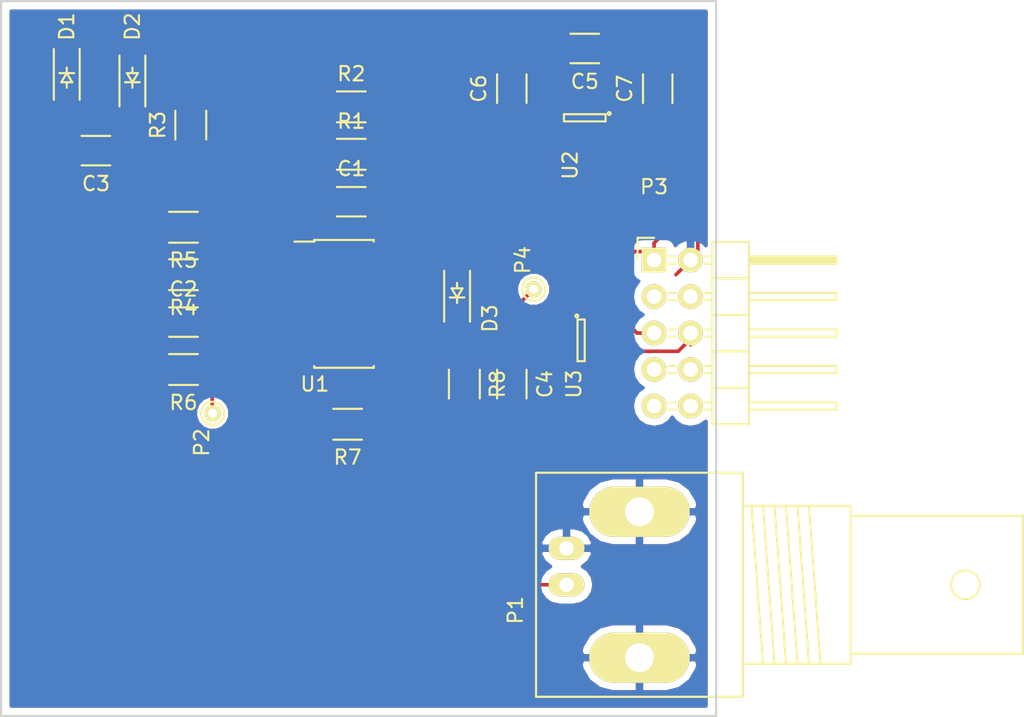
<source format=kicad_pcb>
(kicad_pcb (version 4) (host pcbnew "(2015-09-17 BZR 6202)-product")

  (general
    (links 51)
    (no_connects 1)
    (area 112.700999 53.518999 162.635001 103.453001)
    (thickness 1.6)
    (drawings 4)
    (tracks 162)
    (zones 0)
    (modules 25)
    (nets 26)
  )

  (page A4)
  (layers
    (0 F.Cu signal)
    (31 B.Cu power hide)
    (33 F.Adhes user)
    (35 F.Paste user)
    (37 F.SilkS user)
    (39 F.Mask user)
    (40 Dwgs.User user)
    (41 Cmts.User user)
    (42 Eco1.User user)
    (43 Eco2.User user)
    (44 Edge.Cuts user)
    (45 Margin user)
    (47 F.CrtYd user)
    (49 F.Fab user)
  )

  (setup
    (last_trace_width 0.25)
    (trace_clearance 0.2)
    (zone_clearance 0.508)
    (zone_45_only no)
    (trace_min 0.2)
    (segment_width 0.2)
    (edge_width 0.15)
    (via_size 0.6)
    (via_drill 0.4)
    (via_min_size 0.4)
    (via_min_drill 0.3)
    (uvia_size 0.3)
    (uvia_drill 0.1)
    (uvias_allowed no)
    (uvia_min_size 0.2)
    (uvia_min_drill 0.1)
    (pcb_text_width 0.3)
    (pcb_text_size 1.5 1.5)
    (mod_edge_width 0.15)
    (mod_text_size 1 1)
    (mod_text_width 0.15)
    (pad_size 1.524 1.524)
    (pad_drill 0.762)
    (pad_to_mask_clearance 0.2)
    (aux_axis_origin 0 0)
    (visible_elements FFFFFF7F)
    (pcbplotparams
      (layerselection 0x01020_80000001)
      (usegerberextensions false)
      (excludeedgelayer true)
      (linewidth 0.100000)
      (plotframeref true)
      (viasonmask false)
      (mode 1)
      (useauxorigin false)
      (hpglpennumber 1)
      (hpglpenspeed 20)
      (hpglpendiameter 15)
      (hpglpenoverlay 2)
      (psnegative false)
      (psa4output false)
      (plotreference true)
      (plotvalue true)
      (plotinvisibletext false)
      (padsonsilk true)
      (subtractmaskfromsilk false)
      (outputformat 4)
      (mirror false)
      (drillshape 0)
      (scaleselection 1)
      (outputdirectory output/board))
  )

  (net 0 "")
  (net 1 "Net-(C1-Pad1)")
  (net 2 "Net-(C1-Pad2)")
  (net 3 "Net-(C2-Pad1)")
  (net 4 "Net-(C3-Pad1)")
  (net 5 "Net-(C3-Pad2)")
  (net 6 GND)
  (net 7 "Net-(D1-Pad1)")
  (net 8 "Net-(D3-Pad2)")
  (net 9 "Net-(P1-Pad1)")
  (net 10 "Net-(P2-Pad1)")
  (net 11 "Net-(R7-Pad1)")
  (net 12 +5V)
  (net 13 "Net-(U1-Pad12)")
  (net 14 -5V)
  (net 15 ECout)
  (net 16 "Net-(C5-Pad1)")
  (net 17 "Net-(C5-Pad2)")
  (net 18 "Net-(P3-Pad6)")
  (net 19 "Net-(P3-Pad5)")
  (net 20 "Net-(P3-Pad3)")
  (net 21 "Net-(P3-Pad4)")
  (net 22 "Net-(P3-Pad7)")
  (net 23 "Net-(P3-Pad8)")
  (net 24 "Net-(P3-Pad9)")
  (net 25 "Net-(P3-Pad10)")

  (net_class Default "This is the default net class."
    (clearance 0.2)
    (trace_width 0.25)
    (via_dia 0.6)
    (via_drill 0.4)
    (uvia_dia 0.3)
    (uvia_drill 0.1)
    (add_net +5V)
    (add_net -5V)
    (add_net ECout)
    (add_net GND)
    (add_net "Net-(C1-Pad1)")
    (add_net "Net-(C1-Pad2)")
    (add_net "Net-(C2-Pad1)")
    (add_net "Net-(C3-Pad1)")
    (add_net "Net-(C3-Pad2)")
    (add_net "Net-(C5-Pad1)")
    (add_net "Net-(C5-Pad2)")
    (add_net "Net-(D1-Pad1)")
    (add_net "Net-(D3-Pad2)")
    (add_net "Net-(P1-Pad1)")
    (add_net "Net-(P2-Pad1)")
    (add_net "Net-(P3-Pad10)")
    (add_net "Net-(P3-Pad3)")
    (add_net "Net-(P3-Pad4)")
    (add_net "Net-(P3-Pad5)")
    (add_net "Net-(P3-Pad6)")
    (add_net "Net-(P3-Pad7)")
    (add_net "Net-(P3-Pad8)")
    (add_net "Net-(P3-Pad9)")
    (add_net "Net-(R7-Pad1)")
    (add_net "Net-(U1-Pad12)")
  )

  (module Diodes_SMD:SOD-123 (layer F.Cu) (tedit 5601C042) (tstamp 5601B29A)
    (at 117.348 58.928 270)
    (descr SOD-123)
    (tags SOD-123)
    (path /55FEED81)
    (attr smd)
    (fp_text reference D1 (at -3.556 0 270) (layer F.SilkS)
      (effects (font (size 1 1) (thickness 0.15)))
    )
    (fp_text value 1N4148 (at 0 2.1 270) (layer F.Fab)
      (effects (font (size 1 1) (thickness 0.15)))
    )
    (fp_line (start 0.3175 0) (end 0.6985 0) (layer F.SilkS) (width 0.15))
    (fp_line (start -0.6985 0) (end -0.3175 0) (layer F.SilkS) (width 0.15))
    (fp_line (start -0.3175 0) (end 0.3175 -0.381) (layer F.SilkS) (width 0.15))
    (fp_line (start 0.3175 -0.381) (end 0.3175 0.381) (layer F.SilkS) (width 0.15))
    (fp_line (start 0.3175 0.381) (end -0.3175 0) (layer F.SilkS) (width 0.15))
    (fp_line (start -0.3175 -0.508) (end -0.3175 0.508) (layer F.SilkS) (width 0.15))
    (fp_line (start -2.25 -1.05) (end 2.25 -1.05) (layer F.CrtYd) (width 0.05))
    (fp_line (start 2.25 -1.05) (end 2.25 1.05) (layer F.CrtYd) (width 0.05))
    (fp_line (start 2.25 1.05) (end -2.25 1.05) (layer F.CrtYd) (width 0.05))
    (fp_line (start -2.25 -1.05) (end -2.25 1.05) (layer F.CrtYd) (width 0.05))
    (fp_line (start -2 0.9) (end 1.54 0.9) (layer F.SilkS) (width 0.15))
    (fp_line (start -2 -0.9) (end 1.54 -0.9) (layer F.SilkS) (width 0.15))
    (pad 1 smd rect (at -1.635 0 270) (size 0.91 1.22) (layers F.Cu F.Paste F.Mask)
      (net 7 "Net-(D1-Pad1)"))
    (pad 2 smd rect (at 1.635 0 270) (size 0.91 1.22) (layers F.Cu F.Paste F.Mask)
      (net 5 "Net-(C3-Pad2)"))
  )

  (module Diodes_SMD:SOD-123 (layer F.Cu) (tedit 5601C04F) (tstamp 5601B2A0)
    (at 121.92 58.928 90)
    (descr SOD-123)
    (tags SOD-123)
    (path /55FEEE0B)
    (attr smd)
    (fp_text reference D2 (at 3.556 0 90) (layer F.SilkS)
      (effects (font (size 1 1) (thickness 0.15)))
    )
    (fp_text value 1N4148 (at 0.254 -2.286 90) (layer F.Fab)
      (effects (font (size 1 1) (thickness 0.15)))
    )
    (fp_line (start 0.3175 0) (end 0.6985 0) (layer F.SilkS) (width 0.15))
    (fp_line (start -0.6985 0) (end -0.3175 0) (layer F.SilkS) (width 0.15))
    (fp_line (start -0.3175 0) (end 0.3175 -0.381) (layer F.SilkS) (width 0.15))
    (fp_line (start 0.3175 -0.381) (end 0.3175 0.381) (layer F.SilkS) (width 0.15))
    (fp_line (start 0.3175 0.381) (end -0.3175 0) (layer F.SilkS) (width 0.15))
    (fp_line (start -0.3175 -0.508) (end -0.3175 0.508) (layer F.SilkS) (width 0.15))
    (fp_line (start -2.25 -1.05) (end 2.25 -1.05) (layer F.CrtYd) (width 0.05))
    (fp_line (start 2.25 -1.05) (end 2.25 1.05) (layer F.CrtYd) (width 0.05))
    (fp_line (start 2.25 1.05) (end -2.25 1.05) (layer F.CrtYd) (width 0.05))
    (fp_line (start -2.25 -1.05) (end -2.25 1.05) (layer F.CrtYd) (width 0.05))
    (fp_line (start -2 0.9) (end 1.54 0.9) (layer F.SilkS) (width 0.15))
    (fp_line (start -2 -0.9) (end 1.54 -0.9) (layer F.SilkS) (width 0.15))
    (pad 1 smd rect (at -1.635 0 90) (size 0.91 1.22) (layers F.Cu F.Paste F.Mask)
      (net 5 "Net-(C3-Pad2)"))
    (pad 2 smd rect (at 1.635 0 90) (size 0.91 1.22) (layers F.Cu F.Paste F.Mask)
      (net 7 "Net-(D1-Pad1)"))
  )

  (module Diodes_SMD:SOD-123 (layer F.Cu) (tedit 5601CA80) (tstamp 5601B2A6)
    (at 144.526 73.914 90)
    (descr SOD-123)
    (tags SOD-123)
    (path /55FF06FE)
    (attr smd)
    (fp_text reference D3 (at -1.778 2.286 90) (layer F.SilkS)
      (effects (font (size 1 1) (thickness 0.15)))
    )
    (fp_text value MBR0540TP (at 3.81 2.286 90) (layer F.Fab)
      (effects (font (size 1 1) (thickness 0.15)))
    )
    (fp_line (start 0.3175 0) (end 0.6985 0) (layer F.SilkS) (width 0.15))
    (fp_line (start -0.6985 0) (end -0.3175 0) (layer F.SilkS) (width 0.15))
    (fp_line (start -0.3175 0) (end 0.3175 -0.381) (layer F.SilkS) (width 0.15))
    (fp_line (start 0.3175 -0.381) (end 0.3175 0.381) (layer F.SilkS) (width 0.15))
    (fp_line (start 0.3175 0.381) (end -0.3175 0) (layer F.SilkS) (width 0.15))
    (fp_line (start -0.3175 -0.508) (end -0.3175 0.508) (layer F.SilkS) (width 0.15))
    (fp_line (start -2.25 -1.05) (end 2.25 -1.05) (layer F.CrtYd) (width 0.05))
    (fp_line (start 2.25 -1.05) (end 2.25 1.05) (layer F.CrtYd) (width 0.05))
    (fp_line (start 2.25 1.05) (end -2.25 1.05) (layer F.CrtYd) (width 0.05))
    (fp_line (start -2.25 -1.05) (end -2.25 1.05) (layer F.CrtYd) (width 0.05))
    (fp_line (start -2 0.9) (end 1.54 0.9) (layer F.SilkS) (width 0.15))
    (fp_line (start -2 -0.9) (end 1.54 -0.9) (layer F.SilkS) (width 0.15))
    (pad 1 smd rect (at -1.635 0 90) (size 0.91 1.22) (layers F.Cu F.Paste F.Mask)
      (net 15 ECout))
    (pad 2 smd rect (at 1.635 0 90) (size 0.91 1.22) (layers F.Cu F.Paste F.Mask)
      (net 8 "Net-(D3-Pad2)"))
  )

  (module Connect:PINTST (layer F.Cu) (tedit 5601C99C) (tstamp 5601B2B1)
    (at 127.508 82.296)
    (descr "module 1 pin (ou trou mecanique de percage)")
    (tags DEV)
    (path /55FF1E7C)
    (fp_text reference P2 (at -0.762 2.032 90) (layer F.SilkS)
      (effects (font (size 1 1) (thickness 0.15)))
    )
    (fp_text value OSC_out (at 0.762 4.318 90) (layer F.Fab)
      (effects (font (size 1 1) (thickness 0.15)))
    )
    (fp_circle (center 0 0) (end -0.254 -0.762) (layer F.SilkS) (width 0.15))
    (pad 1 thru_hole circle (at 0 0) (size 1.143 1.143) (drill 0.635) (layers *.Cu *.Mask F.SilkS)
      (net 10 "Net-(P2-Pad1)"))
    (model Connect.3dshapes/PINTST.wrl
      (at (xyz 0 0 0))
      (scale (xyz 1 1 1))
      (rotate (xyz 0 0 0))
    )
  )

  (module Connect:PINTST (layer F.Cu) (tedit 5601C887) (tstamp 5601B2C4)
    (at 149.86 73.66)
    (descr "module 1 pin (ou trou mecanique de percage)")
    (tags DEV)
    (path /55FF1BBB)
    (fp_text reference P4 (at -0.762 -2.032 90) (layer F.SilkS)
      (effects (font (size 1 1) (thickness 0.15)))
    )
    (fp_text value EC_V_out (at 0.762 -4.318 90) (layer F.Fab)
      (effects (font (size 1 1) (thickness 0.15)))
    )
    (fp_circle (center 0 0) (end -0.254 -0.762) (layer F.SilkS) (width 0.15))
    (pad 1 thru_hole circle (at 0 0) (size 1.143 1.143) (drill 0.635) (layers *.Cu *.Mask F.SilkS)
      (net 15 ECout))
    (model Connect.3dshapes/PINTST.wrl
      (at (xyz 0 0 0))
      (scale (xyz 1 1 1))
      (rotate (xyz 0 0 0))
    )
  )

  (module Housings_SOIC:SOIC-14_3.9x8.7mm_Pitch1.27mm (layer F.Cu) (tedit 5601C9AC) (tstamp 5601B306)
    (at 136.652 74.676)
    (descr "14-Lead Plastic Small Outline (SL) - Narrow, 3.90 mm Body [SOIC] (see Microchip Packaging Specification 00000049BS.pdf)")
    (tags "SOIC 1.27")
    (path /55FEEE53)
    (attr smd)
    (fp_text reference U1 (at -2.032 5.588) (layer F.SilkS)
      (effects (font (size 1 1) (thickness 0.15)))
    )
    (fp_text value TL074 (at 1.778 5.588) (layer F.Fab)
      (effects (font (size 1 1) (thickness 0.15)))
    )
    (fp_line (start -3.7 -4.65) (end -3.7 4.65) (layer F.CrtYd) (width 0.05))
    (fp_line (start 3.7 -4.65) (end 3.7 4.65) (layer F.CrtYd) (width 0.05))
    (fp_line (start -3.7 -4.65) (end 3.7 -4.65) (layer F.CrtYd) (width 0.05))
    (fp_line (start -3.7 4.65) (end 3.7 4.65) (layer F.CrtYd) (width 0.05))
    (fp_line (start -2.075 -4.45) (end -2.075 -4.335) (layer F.SilkS) (width 0.15))
    (fp_line (start 2.075 -4.45) (end 2.075 -4.335) (layer F.SilkS) (width 0.15))
    (fp_line (start 2.075 4.45) (end 2.075 4.335) (layer F.SilkS) (width 0.15))
    (fp_line (start -2.075 4.45) (end -2.075 4.335) (layer F.SilkS) (width 0.15))
    (fp_line (start -2.075 -4.45) (end 2.075 -4.45) (layer F.SilkS) (width 0.15))
    (fp_line (start -2.075 4.45) (end 2.075 4.45) (layer F.SilkS) (width 0.15))
    (fp_line (start -2.075 -4.335) (end -3.45 -4.335) (layer F.SilkS) (width 0.15))
    (pad 1 smd rect (at -2.7 -3.81) (size 1.5 0.6) (layers F.Cu F.Paste F.Mask)
      (net 4 "Net-(C3-Pad1)"))
    (pad 2 smd rect (at -2.7 -2.54) (size 1.5 0.6) (layers F.Cu F.Paste F.Mask)
      (net 7 "Net-(D1-Pad1)"))
    (pad 3 smd rect (at -2.7 -1.27) (size 1.5 0.6) (layers F.Cu F.Paste F.Mask)
      (net 1 "Net-(C1-Pad1)"))
    (pad 4 smd rect (at -2.7 0) (size 1.5 0.6) (layers F.Cu F.Paste F.Mask)
      (net 12 +5V))
    (pad 5 smd rect (at -2.7 1.27) (size 1.5 0.6) (layers F.Cu F.Paste F.Mask)
      (net 10 "Net-(P2-Pad1)"))
    (pad 6 smd rect (at -2.7 2.54) (size 1.5 0.6) (layers F.Cu F.Paste F.Mask)
      (net 9 "Net-(P1-Pad1)"))
    (pad 7 smd rect (at -2.7 3.81) (size 1.5 0.6) (layers F.Cu F.Paste F.Mask)
      (net 11 "Net-(R7-Pad1)"))
    (pad 8 smd rect (at 2.7 3.81) (size 1.5 0.6) (layers F.Cu F.Paste F.Mask)
      (net 13 "Net-(U1-Pad12)"))
    (pad 9 smd rect (at 2.7 2.54) (size 1.5 0.6) (layers F.Cu F.Paste F.Mask)
      (net 13 "Net-(U1-Pad12)"))
    (pad 10 smd rect (at 2.7 1.27) (size 1.5 0.6) (layers F.Cu F.Paste F.Mask)
      (net 11 "Net-(R7-Pad1)"))
    (pad 11 smd rect (at 2.7 0) (size 1.5 0.6) (layers F.Cu F.Paste F.Mask)
      (net 14 -5V))
    (pad 12 smd rect (at 2.7 -1.27) (size 1.5 0.6) (layers F.Cu F.Paste F.Mask)
      (net 13 "Net-(U1-Pad12)"))
    (pad 13 smd rect (at 2.7 -2.54) (size 1.5 0.6) (layers F.Cu F.Paste F.Mask)
      (net 15 ECout))
    (pad 14 smd rect (at 2.7 -3.81) (size 1.5 0.6) (layers F.Cu F.Paste F.Mask)
      (net 8 "Net-(D3-Pad2)"))
    (model Housings_SOIC.3dshapes/SOIC-14_3.9x8.7mm_Pitch1.27mm.wrl
      (at (xyz 0 0 0))
      (scale (xyz 1 1 1))
      (rotate (xyz 0 0 0))
    )
  )

  (module Housings_SOT-23_SOT-143_TSOT-6:SOT-23-5 (layer F.Cu) (tedit 5601CA0A) (tstamp 5601B30F)
    (at 153.416 61.722 270)
    (descr "5-pin SOT23 package")
    (tags SOT-23-5)
    (path /5601B6EB)
    (attr smd)
    (fp_text reference U2 (at 3.302 1.016 270) (layer F.SilkS)
      (effects (font (size 1 1) (thickness 0.15)))
    )
    (fp_text value TPS60400 (at 5.842 -0.508 270) (layer F.Fab)
      (effects (font (size 1 1) (thickness 0.15)))
    )
    (fp_line (start -1.8 -1.6) (end 1.8 -1.6) (layer F.CrtYd) (width 0.05))
    (fp_line (start 1.8 -1.6) (end 1.8 1.6) (layer F.CrtYd) (width 0.05))
    (fp_line (start 1.8 1.6) (end -1.8 1.6) (layer F.CrtYd) (width 0.05))
    (fp_line (start -1.8 1.6) (end -1.8 -1.6) (layer F.CrtYd) (width 0.05))
    (fp_circle (center -0.3 -1.7) (end -0.2 -1.7) (layer F.SilkS) (width 0.15))
    (fp_line (start 0.25 -1.45) (end -0.25 -1.45) (layer F.SilkS) (width 0.15))
    (fp_line (start 0.25 1.45) (end 0.25 -1.45) (layer F.SilkS) (width 0.15))
    (fp_line (start -0.25 1.45) (end 0.25 1.45) (layer F.SilkS) (width 0.15))
    (fp_line (start -0.25 -1.45) (end -0.25 1.45) (layer F.SilkS) (width 0.15))
    (pad 1 smd rect (at -1.1 -0.95 270) (size 1.06 0.65) (layers F.Cu F.Paste F.Mask)
      (net 14 -5V))
    (pad 2 smd rect (at -1.1 0 270) (size 1.06 0.65) (layers F.Cu F.Paste F.Mask)
      (net 12 +5V))
    (pad 3 smd rect (at -1.1 0.95 270) (size 1.06 0.65) (layers F.Cu F.Paste F.Mask)
      (net 17 "Net-(C5-Pad2)"))
    (pad 4 smd rect (at 1.1 0.95 270) (size 1.06 0.65) (layers F.Cu F.Paste F.Mask)
      (net 6 GND))
    (pad 5 smd rect (at 1.1 -0.95 270) (size 1.06 0.65) (layers F.Cu F.Paste F.Mask)
      (net 16 "Net-(C5-Pad1)"))
    (model Housings_SOT-23_SOT-143_TSOT-6.3dshapes/SOT-23-5.wrl
      (at (xyz 0 0 0))
      (scale (xyz 0.11 0.11 0.11))
      (rotate (xyz 0 0 90))
    )
  )

  (module Housings_SOT-23_SOT-143_TSOT-6:SOT-23-5 (layer F.Cu) (tedit 5601C9F7) (tstamp 5601B318)
    (at 153.162 77.216)
    (descr "5-pin SOT23 package")
    (tags SOT-23-5)
    (path /5601B20F)
    (attr smd)
    (fp_text reference U3 (at -0.508 3.048 90) (layer F.SilkS)
      (effects (font (size 1 1) (thickness 0.15)))
    )
    (fp_text value MCP3221 (at 1.016 5.588 90) (layer F.Fab)
      (effects (font (size 1 1) (thickness 0.15)))
    )
    (fp_line (start -1.8 -1.6) (end 1.8 -1.6) (layer F.CrtYd) (width 0.05))
    (fp_line (start 1.8 -1.6) (end 1.8 1.6) (layer F.CrtYd) (width 0.05))
    (fp_line (start 1.8 1.6) (end -1.8 1.6) (layer F.CrtYd) (width 0.05))
    (fp_line (start -1.8 1.6) (end -1.8 -1.6) (layer F.CrtYd) (width 0.05))
    (fp_circle (center -0.3 -1.7) (end -0.2 -1.7) (layer F.SilkS) (width 0.15))
    (fp_line (start 0.25 -1.45) (end -0.25 -1.45) (layer F.SilkS) (width 0.15))
    (fp_line (start 0.25 1.45) (end 0.25 -1.45) (layer F.SilkS) (width 0.15))
    (fp_line (start -0.25 1.45) (end 0.25 1.45) (layer F.SilkS) (width 0.15))
    (fp_line (start -0.25 -1.45) (end -0.25 1.45) (layer F.SilkS) (width 0.15))
    (pad 1 smd rect (at -1.1 -0.95) (size 1.06 0.65) (layers F.Cu F.Paste F.Mask)
      (net 12 +5V))
    (pad 2 smd rect (at -1.1 0) (size 1.06 0.65) (layers F.Cu F.Paste F.Mask)
      (net 6 GND))
    (pad 3 smd rect (at -1.1 0.95) (size 1.06 0.65) (layers F.Cu F.Paste F.Mask)
      (net 15 ECout))
    (pad 4 smd rect (at 1.1 0.95) (size 1.06 0.65) (layers F.Cu F.Paste F.Mask)
      (net 18 "Net-(P3-Pad6)"))
    (pad 5 smd rect (at 1.1 -0.95) (size 1.06 0.65) (layers F.Cu F.Paste F.Mask)
      (net 19 "Net-(P3-Pad5)"))
    (model Housings_SOT-23_SOT-143_TSOT-6.3dshapes/SOT-23-5.wrl
      (at (xyz 0 0 0))
      (scale (xyz 0.11 0.11 0.11))
      (rotate (xyz 0 0 90))
    )
  )

  (module ec-hardware-footprints:BNC_Socket_AMPHENOL_LargePads (layer F.Cu) (tedit 5601C97F) (tstamp 5601C8E1)
    (at 157.226 94.234 270)
    (descr "BNC Socket AMPHENOL")
    (tags "BNC Socket AMPHENOL")
    (path /55FF00E1)
    (fp_text reference P1 (at 1.778 8.636 270) (layer F.SilkS)
      (effects (font (size 1 1) (thickness 0.15)))
    )
    (fp_text value BNC (at 4.826 8.636 450) (layer F.Fab)
      (effects (font (size 1 1) (thickness 0.15)))
    )
    (fp_line (start -5.4991 -11.80084) (end 5.4991 -12.60094) (layer F.SilkS) (width 0.15))
    (fp_line (start -5.4991 -11.00074) (end 5.4991 -11.80084) (layer F.SilkS) (width 0.15))
    (fp_line (start -5.4991 -10.20064) (end 5.4991 -11.00074) (layer F.SilkS) (width 0.15))
    (fp_line (start -5.4991 -9.40054) (end 5.4991 -10.20064) (layer F.SilkS) (width 0.15))
    (fp_line (start -5.4991 -8.60044) (end 5.4991 -9.40054) (layer F.SilkS) (width 0.15))
    (fp_line (start -5.4991 -7.80034) (end 5.4991 -8.60044) (layer F.SilkS) (width 0.15))
    (fp_circle (center 0 -22.69998) (end 1.00076 -22.69998) (layer F.SilkS) (width 0.15))
    (fp_line (start 4.8006 -14.69898) (end 4.8006 -26.70048) (layer F.SilkS) (width 0.15))
    (fp_line (start 4.8006 -26.70048) (end -4.8006 -26.70048) (layer F.SilkS) (width 0.15))
    (fp_line (start -4.8006 -26.70048) (end -4.8006 -14.69898) (layer F.SilkS) (width 0.15))
    (fp_line (start 5.4991 -7.2009) (end 5.4991 -14.69898) (layer F.SilkS) (width 0.15))
    (fp_line (start 5.4991 -14.69898) (end -5.4991 -14.69898) (layer F.SilkS) (width 0.15))
    (fp_line (start -5.4991 -14.69898) (end -5.4991 -7.2009) (layer F.SilkS) (width 0.15))
    (fp_line (start -7.80034 7.2009) (end 7.80034 7.2009) (layer F.SilkS) (width 0.15))
    (fp_line (start 7.80034 7.2009) (end 7.80034 -7.2009) (layer F.SilkS) (width 0.15))
    (fp_line (start 7.80034 -7.2009) (end -7.80034 -7.2009) (layer F.SilkS) (width 0.15))
    (fp_line (start -7.80034 -7.2009) (end -7.80034 7.2009) (layer F.SilkS) (width 0.15))
    (pad 2 thru_hole oval (at -5.08 0 270) (size 3.50012 7.00024) (drill 2) (layers *.Cu *.Mask F.SilkS)
      (net 6 GND))
    (pad 2 thru_hole oval (at 5.08 0 270) (size 3.50012 7.00024) (drill 2) (layers *.Cu *.Mask F.SilkS)
      (net 6 GND))
    (pad 1 thru_hole oval (at 0 5.08 270) (size 1.6002 2.49936) (drill 1.00076) (layers *.Cu *.Mask F.SilkS)
      (net 9 "Net-(P1-Pad1)"))
    (pad 2 thru_hole oval (at -2.54 5.08 270) (size 1.6002 2.49936) (drill 1.00076) (layers *.Cu *.Mask F.SilkS)
      (net 6 GND))
  )

  (module Capacitors_SMD:C_1206_HandSoldering (layer F.Cu) (tedit 541A9C03) (tstamp 56046794)
    (at 137.16 67.564)
    (descr "Capacitor SMD 1206, hand soldering")
    (tags "capacitor 1206")
    (path /55FEEBCE)
    (attr smd)
    (fp_text reference C1 (at 0 -2.3) (layer F.SilkS)
      (effects (font (size 1 1) (thickness 0.15)))
    )
    (fp_text value 100nF (at 0 2.3) (layer F.Fab)
      (effects (font (size 1 1) (thickness 0.15)))
    )
    (fp_line (start -3.3 -1.15) (end 3.3 -1.15) (layer F.CrtYd) (width 0.05))
    (fp_line (start -3.3 1.15) (end 3.3 1.15) (layer F.CrtYd) (width 0.05))
    (fp_line (start -3.3 -1.15) (end -3.3 1.15) (layer F.CrtYd) (width 0.05))
    (fp_line (start 3.3 -1.15) (end 3.3 1.15) (layer F.CrtYd) (width 0.05))
    (fp_line (start 1 -1.025) (end -1 -1.025) (layer F.SilkS) (width 0.15))
    (fp_line (start -1 1.025) (end 1 1.025) (layer F.SilkS) (width 0.15))
    (pad 1 smd rect (at -2 0) (size 2 1.6) (layers F.Cu F.Paste F.Mask)
      (net 1 "Net-(C1-Pad1)"))
    (pad 2 smd rect (at 2 0) (size 2 1.6) (layers F.Cu F.Paste F.Mask)
      (net 2 "Net-(C1-Pad2)"))
    (model Capacitors_SMD.3dshapes/C_1206_HandSoldering.wrl
      (at (xyz 0 0 0))
      (scale (xyz 1 1 1))
      (rotate (xyz 0 0 0))
    )
  )

  (module Capacitors_SMD:C_1206_HandSoldering (layer F.Cu) (tedit 541A9C03) (tstamp 56046799)
    (at 125.476 75.946)
    (descr "Capacitor SMD 1206, hand soldering")
    (tags "capacitor 1206")
    (path /55FEEC48)
    (attr smd)
    (fp_text reference C2 (at 0 -2.3) (layer F.SilkS)
      (effects (font (size 1 1) (thickness 0.15)))
    )
    (fp_text value 100nF (at 0 2.3) (layer F.Fab)
      (effects (font (size 1 1) (thickness 0.15)))
    )
    (fp_line (start -3.3 -1.15) (end 3.3 -1.15) (layer F.CrtYd) (width 0.05))
    (fp_line (start -3.3 1.15) (end 3.3 1.15) (layer F.CrtYd) (width 0.05))
    (fp_line (start -3.3 -1.15) (end -3.3 1.15) (layer F.CrtYd) (width 0.05))
    (fp_line (start 3.3 -1.15) (end 3.3 1.15) (layer F.CrtYd) (width 0.05))
    (fp_line (start 1 -1.025) (end -1 -1.025) (layer F.SilkS) (width 0.15))
    (fp_line (start -1 1.025) (end 1 1.025) (layer F.SilkS) (width 0.15))
    (pad 1 smd rect (at -2 0) (size 2 1.6) (layers F.Cu F.Paste F.Mask)
      (net 3 "Net-(C2-Pad1)"))
    (pad 2 smd rect (at 2 0) (size 2 1.6) (layers F.Cu F.Paste F.Mask)
      (net 1 "Net-(C1-Pad1)"))
    (model Capacitors_SMD.3dshapes/C_1206_HandSoldering.wrl
      (at (xyz 0 0 0))
      (scale (xyz 1 1 1))
      (rotate (xyz 0 0 0))
    )
  )

  (module Capacitors_SMD:C_1206_HandSoldering (layer F.Cu) (tedit 541A9C03) (tstamp 5604679E)
    (at 119.38 64.008 180)
    (descr "Capacitor SMD 1206, hand soldering")
    (tags "capacitor 1206")
    (path /55FEED09)
    (attr smd)
    (fp_text reference C3 (at 0 -2.3 180) (layer F.SilkS)
      (effects (font (size 1 1) (thickness 0.15)))
    )
    (fp_text value 100nF (at 0 2.3 180) (layer F.Fab)
      (effects (font (size 1 1) (thickness 0.15)))
    )
    (fp_line (start -3.3 -1.15) (end 3.3 -1.15) (layer F.CrtYd) (width 0.05))
    (fp_line (start -3.3 1.15) (end 3.3 1.15) (layer F.CrtYd) (width 0.05))
    (fp_line (start -3.3 -1.15) (end -3.3 1.15) (layer F.CrtYd) (width 0.05))
    (fp_line (start 3.3 -1.15) (end 3.3 1.15) (layer F.CrtYd) (width 0.05))
    (fp_line (start 1 -1.025) (end -1 -1.025) (layer F.SilkS) (width 0.15))
    (fp_line (start -1 1.025) (end 1 1.025) (layer F.SilkS) (width 0.15))
    (pad 1 smd rect (at -2 0 180) (size 2 1.6) (layers F.Cu F.Paste F.Mask)
      (net 4 "Net-(C3-Pad1)"))
    (pad 2 smd rect (at 2 0 180) (size 2 1.6) (layers F.Cu F.Paste F.Mask)
      (net 5 "Net-(C3-Pad2)"))
    (model Capacitors_SMD.3dshapes/C_1206_HandSoldering.wrl
      (at (xyz 0 0 0))
      (scale (xyz 1 1 1))
      (rotate (xyz 0 0 0))
    )
  )

  (module Capacitors_SMD:C_1206_HandSoldering (layer F.Cu) (tedit 541A9C03) (tstamp 560467A3)
    (at 148.336 80.264 270)
    (descr "Capacitor SMD 1206, hand soldering")
    (tags "capacitor 1206")
    (path /55FF0BDE)
    (attr smd)
    (fp_text reference C4 (at 0 -2.3 270) (layer F.SilkS)
      (effects (font (size 1 1) (thickness 0.15)))
    )
    (fp_text value 1uF (at 0 2.3 270) (layer F.Fab)
      (effects (font (size 1 1) (thickness 0.15)))
    )
    (fp_line (start -3.3 -1.15) (end 3.3 -1.15) (layer F.CrtYd) (width 0.05))
    (fp_line (start -3.3 1.15) (end 3.3 1.15) (layer F.CrtYd) (width 0.05))
    (fp_line (start -3.3 -1.15) (end -3.3 1.15) (layer F.CrtYd) (width 0.05))
    (fp_line (start 3.3 -1.15) (end 3.3 1.15) (layer F.CrtYd) (width 0.05))
    (fp_line (start 1 -1.025) (end -1 -1.025) (layer F.SilkS) (width 0.15))
    (fp_line (start -1 1.025) (end 1 1.025) (layer F.SilkS) (width 0.15))
    (pad 1 smd rect (at -2 0 270) (size 2 1.6) (layers F.Cu F.Paste F.Mask)
      (net 15 ECout))
    (pad 2 smd rect (at 2 0 270) (size 2 1.6) (layers F.Cu F.Paste F.Mask)
      (net 6 GND))
    (model Capacitors_SMD.3dshapes/C_1206_HandSoldering.wrl
      (at (xyz 0 0 0))
      (scale (xyz 1 1 1))
      (rotate (xyz 0 0 0))
    )
  )

  (module Capacitors_SMD:C_1206_HandSoldering (layer F.Cu) (tedit 541A9C03) (tstamp 560467A8)
    (at 153.416 56.896 180)
    (descr "Capacitor SMD 1206, hand soldering")
    (tags "capacitor 1206")
    (path /5601A544)
    (attr smd)
    (fp_text reference C5 (at 0 -2.3 180) (layer F.SilkS)
      (effects (font (size 1 1) (thickness 0.15)))
    )
    (fp_text value 1uF (at 0 2.3 180) (layer F.Fab)
      (effects (font (size 1 1) (thickness 0.15)))
    )
    (fp_line (start -3.3 -1.15) (end 3.3 -1.15) (layer F.CrtYd) (width 0.05))
    (fp_line (start -3.3 1.15) (end 3.3 1.15) (layer F.CrtYd) (width 0.05))
    (fp_line (start -3.3 -1.15) (end -3.3 1.15) (layer F.CrtYd) (width 0.05))
    (fp_line (start 3.3 -1.15) (end 3.3 1.15) (layer F.CrtYd) (width 0.05))
    (fp_line (start 1 -1.025) (end -1 -1.025) (layer F.SilkS) (width 0.15))
    (fp_line (start -1 1.025) (end 1 1.025) (layer F.SilkS) (width 0.15))
    (pad 1 smd rect (at -2 0 180) (size 2 1.6) (layers F.Cu F.Paste F.Mask)
      (net 16 "Net-(C5-Pad1)"))
    (pad 2 smd rect (at 2 0 180) (size 2 1.6) (layers F.Cu F.Paste F.Mask)
      (net 17 "Net-(C5-Pad2)"))
    (model Capacitors_SMD.3dshapes/C_1206_HandSoldering.wrl
      (at (xyz 0 0 0))
      (scale (xyz 1 1 1))
      (rotate (xyz 0 0 0))
    )
  )

  (module Capacitors_SMD:C_1206_HandSoldering (layer F.Cu) (tedit 541A9C03) (tstamp 560467AD)
    (at 148.336 59.69 90)
    (descr "Capacitor SMD 1206, hand soldering")
    (tags "capacitor 1206")
    (path /5601B550)
    (attr smd)
    (fp_text reference C6 (at 0 -2.3 90) (layer F.SilkS)
      (effects (font (size 1 1) (thickness 0.15)))
    )
    (fp_text value 1uF (at 0 2.3 90) (layer F.Fab)
      (effects (font (size 1 1) (thickness 0.15)))
    )
    (fp_line (start -3.3 -1.15) (end 3.3 -1.15) (layer F.CrtYd) (width 0.05))
    (fp_line (start -3.3 1.15) (end 3.3 1.15) (layer F.CrtYd) (width 0.05))
    (fp_line (start -3.3 -1.15) (end -3.3 1.15) (layer F.CrtYd) (width 0.05))
    (fp_line (start 3.3 -1.15) (end 3.3 1.15) (layer F.CrtYd) (width 0.05))
    (fp_line (start 1 -1.025) (end -1 -1.025) (layer F.SilkS) (width 0.15))
    (fp_line (start -1 1.025) (end 1 1.025) (layer F.SilkS) (width 0.15))
    (pad 1 smd rect (at -2 0 90) (size 2 1.6) (layers F.Cu F.Paste F.Mask)
      (net 6 GND))
    (pad 2 smd rect (at 2 0 90) (size 2 1.6) (layers F.Cu F.Paste F.Mask)
      (net 12 +5V))
    (model Capacitors_SMD.3dshapes/C_1206_HandSoldering.wrl
      (at (xyz 0 0 0))
      (scale (xyz 1 1 1))
      (rotate (xyz 0 0 0))
    )
  )

  (module Capacitors_SMD:C_1206_HandSoldering (layer F.Cu) (tedit 541A9C03) (tstamp 560467B2)
    (at 158.496 59.69 90)
    (descr "Capacitor SMD 1206, hand soldering")
    (tags "capacitor 1206")
    (path /5601B8AF)
    (attr smd)
    (fp_text reference C7 (at 0 -2.3 90) (layer F.SilkS)
      (effects (font (size 1 1) (thickness 0.15)))
    )
    (fp_text value 1uF (at 0 2.3 90) (layer F.Fab)
      (effects (font (size 1 1) (thickness 0.15)))
    )
    (fp_line (start -3.3 -1.15) (end 3.3 -1.15) (layer F.CrtYd) (width 0.05))
    (fp_line (start -3.3 1.15) (end 3.3 1.15) (layer F.CrtYd) (width 0.05))
    (fp_line (start -3.3 -1.15) (end -3.3 1.15) (layer F.CrtYd) (width 0.05))
    (fp_line (start 3.3 -1.15) (end 3.3 1.15) (layer F.CrtYd) (width 0.05))
    (fp_line (start 1 -1.025) (end -1 -1.025) (layer F.SilkS) (width 0.15))
    (fp_line (start -1 1.025) (end 1 1.025) (layer F.SilkS) (width 0.15))
    (pad 1 smd rect (at -2 0 90) (size 2 1.6) (layers F.Cu F.Paste F.Mask)
      (net 6 GND))
    (pad 2 smd rect (at 2 0 90) (size 2 1.6) (layers F.Cu F.Paste F.Mask)
      (net 14 -5V))
    (model Capacitors_SMD.3dshapes/C_1206_HandSoldering.wrl
      (at (xyz 0 0 0))
      (scale (xyz 1 1 1))
      (rotate (xyz 0 0 0))
    )
  )

  (module Pin_Headers:Pin_Header_Angled_2x05 (layer F.Cu) (tedit 0) (tstamp 560467B7)
    (at 158.242 71.628)
    (descr "Through hole pin header")
    (tags "pin header")
    (path /5601DD35)
    (fp_text reference P3 (at 0 -5.1) (layer F.SilkS)
      (effects (font (size 1 1) (thickness 0.15)))
    )
    (fp_text value UEXT (at 0 -3.1) (layer F.Fab)
      (effects (font (size 1 1) (thickness 0.15)))
    )
    (fp_line (start -1.35 -1.75) (end -1.35 11.95) (layer F.CrtYd) (width 0.05))
    (fp_line (start 13.2 -1.75) (end 13.2 11.95) (layer F.CrtYd) (width 0.05))
    (fp_line (start -1.35 -1.75) (end 13.2 -1.75) (layer F.CrtYd) (width 0.05))
    (fp_line (start -1.35 11.95) (end 13.2 11.95) (layer F.CrtYd) (width 0.05))
    (fp_line (start 1.524 10.414) (end 1.016 10.414) (layer F.SilkS) (width 0.15))
    (fp_line (start 1.524 9.906) (end 1.016 9.906) (layer F.SilkS) (width 0.15))
    (fp_line (start 1.524 7.874) (end 1.016 7.874) (layer F.SilkS) (width 0.15))
    (fp_line (start 1.524 7.366) (end 1.016 7.366) (layer F.SilkS) (width 0.15))
    (fp_line (start 1.524 -0.254) (end 1.016 -0.254) (layer F.SilkS) (width 0.15))
    (fp_line (start 1.524 0.254) (end 1.016 0.254) (layer F.SilkS) (width 0.15))
    (fp_line (start 1.524 5.334) (end 1.016 5.334) (layer F.SilkS) (width 0.15))
    (fp_line (start 1.524 4.826) (end 1.016 4.826) (layer F.SilkS) (width 0.15))
    (fp_line (start 1.524 2.794) (end 1.016 2.794) (layer F.SilkS) (width 0.15))
    (fp_line (start 1.524 2.286) (end 1.016 2.286) (layer F.SilkS) (width 0.15))
    (fp_line (start 4.064 10.414) (end 3.556 10.414) (layer F.SilkS) (width 0.15))
    (fp_line (start 4.064 9.906) (end 3.556 9.906) (layer F.SilkS) (width 0.15))
    (fp_line (start 4.064 -0.254) (end 3.556 -0.254) (layer F.SilkS) (width 0.15))
    (fp_line (start 4.064 0.254) (end 3.556 0.254) (layer F.SilkS) (width 0.15))
    (fp_line (start 4.064 2.286) (end 3.556 2.286) (layer F.SilkS) (width 0.15))
    (fp_line (start 4.064 2.794) (end 3.556 2.794) (layer F.SilkS) (width 0.15))
    (fp_line (start 4.064 7.874) (end 3.556 7.874) (layer F.SilkS) (width 0.15))
    (fp_line (start 4.064 7.366) (end 3.556 7.366) (layer F.SilkS) (width 0.15))
    (fp_line (start 4.064 5.334) (end 3.556 5.334) (layer F.SilkS) (width 0.15))
    (fp_line (start 4.064 4.826) (end 3.556 4.826) (layer F.SilkS) (width 0.15))
    (fp_line (start 0 -1.55) (end -1.15 -1.55) (layer F.SilkS) (width 0.15))
    (fp_line (start -1.15 -1.55) (end -1.15 0) (layer F.SilkS) (width 0.15))
    (fp_line (start 6.604 -0.127) (end 12.573 -0.127) (layer F.SilkS) (width 0.15))
    (fp_line (start 12.573 -0.127) (end 12.573 0.127) (layer F.SilkS) (width 0.15))
    (fp_line (start 12.573 0.127) (end 6.731 0.127) (layer F.SilkS) (width 0.15))
    (fp_line (start 6.731 0.127) (end 6.731 0) (layer F.SilkS) (width 0.15))
    (fp_line (start 6.731 0) (end 12.573 0) (layer F.SilkS) (width 0.15))
    (fp_line (start 4.064 8.89) (end 6.604 8.89) (layer F.SilkS) (width 0.15))
    (fp_line (start 4.064 8.89) (end 4.064 11.43) (layer F.SilkS) (width 0.15))
    (fp_line (start 6.604 9.906) (end 12.7 9.906) (layer F.SilkS) (width 0.15))
    (fp_line (start 12.7 9.906) (end 12.7 10.414) (layer F.SilkS) (width 0.15))
    (fp_line (start 12.7 10.414) (end 6.604 10.414) (layer F.SilkS) (width 0.15))
    (fp_line (start 6.604 11.43) (end 6.604 8.89) (layer F.SilkS) (width 0.15))
    (fp_line (start 4.064 11.43) (end 6.604 11.43) (layer F.SilkS) (width 0.15))
    (fp_line (start 4.064 3.81) (end 6.604 3.81) (layer F.SilkS) (width 0.15))
    (fp_line (start 4.064 3.81) (end 4.064 6.35) (layer F.SilkS) (width 0.15))
    (fp_line (start 4.064 6.35) (end 6.604 6.35) (layer F.SilkS) (width 0.15))
    (fp_line (start 6.604 4.826) (end 12.7 4.826) (layer F.SilkS) (width 0.15))
    (fp_line (start 12.7 4.826) (end 12.7 5.334) (layer F.SilkS) (width 0.15))
    (fp_line (start 12.7 5.334) (end 6.604 5.334) (layer F.SilkS) (width 0.15))
    (fp_line (start 6.604 6.35) (end 6.604 3.81) (layer F.SilkS) (width 0.15))
    (fp_line (start 6.604 8.89) (end 6.604 6.35) (layer F.SilkS) (width 0.15))
    (fp_line (start 12.7 7.874) (end 6.604 7.874) (layer F.SilkS) (width 0.15))
    (fp_line (start 12.7 7.366) (end 12.7 7.874) (layer F.SilkS) (width 0.15))
    (fp_line (start 6.604 7.366) (end 12.7 7.366) (layer F.SilkS) (width 0.15))
    (fp_line (start 4.064 8.89) (end 6.604 8.89) (layer F.SilkS) (width 0.15))
    (fp_line (start 4.064 6.35) (end 4.064 8.89) (layer F.SilkS) (width 0.15))
    (fp_line (start 4.064 6.35) (end 6.604 6.35) (layer F.SilkS) (width 0.15))
    (fp_line (start 4.064 1.27) (end 6.604 1.27) (layer F.SilkS) (width 0.15))
    (fp_line (start 4.064 1.27) (end 4.064 3.81) (layer F.SilkS) (width 0.15))
    (fp_line (start 4.064 3.81) (end 6.604 3.81) (layer F.SilkS) (width 0.15))
    (fp_line (start 6.604 2.286) (end 12.7 2.286) (layer F.SilkS) (width 0.15))
    (fp_line (start 12.7 2.286) (end 12.7 2.794) (layer F.SilkS) (width 0.15))
    (fp_line (start 12.7 2.794) (end 6.604 2.794) (layer F.SilkS) (width 0.15))
    (fp_line (start 6.604 3.81) (end 6.604 1.27) (layer F.SilkS) (width 0.15))
    (fp_line (start 6.604 1.27) (end 6.604 -1.27) (layer F.SilkS) (width 0.15))
    (fp_line (start 12.7 0.254) (end 6.604 0.254) (layer F.SilkS) (width 0.15))
    (fp_line (start 12.7 -0.254) (end 12.7 0.254) (layer F.SilkS) (width 0.15))
    (fp_line (start 6.604 -0.254) (end 12.7 -0.254) (layer F.SilkS) (width 0.15))
    (fp_line (start 4.064 1.27) (end 6.604 1.27) (layer F.SilkS) (width 0.15))
    (fp_line (start 4.064 -1.27) (end 4.064 1.27) (layer F.SilkS) (width 0.15))
    (fp_line (start 4.064 -1.27) (end 6.604 -1.27) (layer F.SilkS) (width 0.15))
    (pad 1 thru_hole rect (at 0 0) (size 1.7272 1.7272) (drill 1.016) (layers *.Cu *.Mask F.SilkS)
      (net 12 +5V))
    (pad 2 thru_hole oval (at 2.54 0) (size 1.7272 1.7272) (drill 1.016) (layers *.Cu *.Mask F.SilkS)
      (net 6 GND))
    (pad 3 thru_hole oval (at 0 2.54) (size 1.7272 1.7272) (drill 1.016) (layers *.Cu *.Mask F.SilkS)
      (net 20 "Net-(P3-Pad3)"))
    (pad 4 thru_hole oval (at 2.54 2.54) (size 1.7272 1.7272) (drill 1.016) (layers *.Cu *.Mask F.SilkS)
      (net 21 "Net-(P3-Pad4)"))
    (pad 5 thru_hole oval (at 0 5.08) (size 1.7272 1.7272) (drill 1.016) (layers *.Cu *.Mask F.SilkS)
      (net 19 "Net-(P3-Pad5)"))
    (pad 6 thru_hole oval (at 2.54 5.08) (size 1.7272 1.7272) (drill 1.016) (layers *.Cu *.Mask F.SilkS)
      (net 18 "Net-(P3-Pad6)"))
    (pad 7 thru_hole oval (at 0 7.62) (size 1.7272 1.7272) (drill 1.016) (layers *.Cu *.Mask F.SilkS)
      (net 22 "Net-(P3-Pad7)"))
    (pad 8 thru_hole oval (at 2.54 7.62) (size 1.7272 1.7272) (drill 1.016) (layers *.Cu *.Mask F.SilkS)
      (net 23 "Net-(P3-Pad8)"))
    (pad 9 thru_hole oval (at 0 10.16) (size 1.7272 1.7272) (drill 1.016) (layers *.Cu *.Mask F.SilkS)
      (net 24 "Net-(P3-Pad9)"))
    (pad 10 thru_hole oval (at 2.54 10.16) (size 1.7272 1.7272) (drill 1.016) (layers *.Cu *.Mask F.SilkS)
      (net 25 "Net-(P3-Pad10)"))
    (model Pin_Headers.3dshapes/Pin_Header_Angled_2x05.wrl
      (at (xyz 0.05 -0.2 0))
      (scale (xyz 1 1 1))
      (rotate (xyz 0 0 90))
    )
  )

  (module Resistors_SMD:R_1206_HandSoldering (layer F.Cu) (tedit 5418A20D) (tstamp 560467C4)
    (at 137.16 64.262)
    (descr "Resistor SMD 1206, hand soldering")
    (tags "resistor 1206")
    (path /55FEEA8B)
    (attr smd)
    (fp_text reference R1 (at 0 -2.3) (layer F.SilkS)
      (effects (font (size 1 1) (thickness 0.15)))
    )
    (fp_text value 1k (at 0 2.3) (layer F.Fab)
      (effects (font (size 1 1) (thickness 0.15)))
    )
    (fp_line (start -3.3 -1.2) (end 3.3 -1.2) (layer F.CrtYd) (width 0.05))
    (fp_line (start -3.3 1.2) (end 3.3 1.2) (layer F.CrtYd) (width 0.05))
    (fp_line (start -3.3 -1.2) (end -3.3 1.2) (layer F.CrtYd) (width 0.05))
    (fp_line (start 3.3 -1.2) (end 3.3 1.2) (layer F.CrtYd) (width 0.05))
    (fp_line (start 1 1.075) (end -1 1.075) (layer F.SilkS) (width 0.15))
    (fp_line (start -1 -1.075) (end 1 -1.075) (layer F.SilkS) (width 0.15))
    (pad 1 smd rect (at -2 0) (size 2 1.7) (layers F.Cu F.Paste F.Mask)
      (net 1 "Net-(C1-Pad1)"))
    (pad 2 smd rect (at 2 0) (size 2 1.7) (layers F.Cu F.Paste F.Mask)
      (net 6 GND))
    (model Resistors_SMD.3dshapes/R_1206_HandSoldering.wrl
      (at (xyz 0 0 0))
      (scale (xyz 1 1 1))
      (rotate (xyz 0 0 0))
    )
  )

  (module Resistors_SMD:R_1206_HandSoldering (layer F.Cu) (tedit 5418A20D) (tstamp 560467C9)
    (at 137.16 60.96)
    (descr "Resistor SMD 1206, hand soldering")
    (tags "resistor 1206")
    (path /55FEEB03)
    (attr smd)
    (fp_text reference R2 (at 0 -2.3) (layer F.SilkS)
      (effects (font (size 1 1) (thickness 0.15)))
    )
    (fp_text value 22k (at 0 2.3) (layer F.Fab)
      (effects (font (size 1 1) (thickness 0.15)))
    )
    (fp_line (start -3.3 -1.2) (end 3.3 -1.2) (layer F.CrtYd) (width 0.05))
    (fp_line (start -3.3 1.2) (end 3.3 1.2) (layer F.CrtYd) (width 0.05))
    (fp_line (start -3.3 -1.2) (end -3.3 1.2) (layer F.CrtYd) (width 0.05))
    (fp_line (start 3.3 -1.2) (end 3.3 1.2) (layer F.CrtYd) (width 0.05))
    (fp_line (start 1 1.075) (end -1 1.075) (layer F.SilkS) (width 0.15))
    (fp_line (start -1 -1.075) (end 1 -1.075) (layer F.SilkS) (width 0.15))
    (pad 1 smd rect (at -2 0) (size 2 1.7) (layers F.Cu F.Paste F.Mask)
      (net 7 "Net-(D1-Pad1)"))
    (pad 2 smd rect (at 2 0) (size 2 1.7) (layers F.Cu F.Paste F.Mask)
      (net 2 "Net-(C1-Pad2)"))
    (model Resistors_SMD.3dshapes/R_1206_HandSoldering.wrl
      (at (xyz 0 0 0))
      (scale (xyz 1 1 1))
      (rotate (xyz 0 0 0))
    )
  )

  (module Resistors_SMD:R_1206_HandSoldering (layer F.Cu) (tedit 5418A20D) (tstamp 560467CE)
    (at 125.984 62.23 90)
    (descr "Resistor SMD 1206, hand soldering")
    (tags "resistor 1206")
    (path /55FEECA4)
    (attr smd)
    (fp_text reference R3 (at 0 -2.3 90) (layer F.SilkS)
      (effects (font (size 1 1) (thickness 0.15)))
    )
    (fp_text value 22k (at 0 2.3 90) (layer F.Fab)
      (effects (font (size 1 1) (thickness 0.15)))
    )
    (fp_line (start -3.3 -1.2) (end 3.3 -1.2) (layer F.CrtYd) (width 0.05))
    (fp_line (start -3.3 1.2) (end 3.3 1.2) (layer F.CrtYd) (width 0.05))
    (fp_line (start -3.3 -1.2) (end -3.3 1.2) (layer F.CrtYd) (width 0.05))
    (fp_line (start 3.3 -1.2) (end 3.3 1.2) (layer F.CrtYd) (width 0.05))
    (fp_line (start 1 1.075) (end -1 1.075) (layer F.SilkS) (width 0.15))
    (fp_line (start -1 -1.075) (end 1 -1.075) (layer F.SilkS) (width 0.15))
    (pad 1 smd rect (at -2 0 90) (size 2 1.7) (layers F.Cu F.Paste F.Mask)
      (net 4 "Net-(C3-Pad1)"))
    (pad 2 smd rect (at 2 0 90) (size 2 1.7) (layers F.Cu F.Paste F.Mask)
      (net 7 "Net-(D1-Pad1)"))
    (model Resistors_SMD.3dshapes/R_1206_HandSoldering.wrl
      (at (xyz 0 0 0))
      (scale (xyz 1 1 1))
      (rotate (xyz 0 0 0))
    )
  )

  (module Resistors_SMD:R_1206_HandSoldering (layer F.Cu) (tedit 5418A20D) (tstamp 560467D3)
    (at 125.476 72.644 180)
    (descr "Resistor SMD 1206, hand soldering")
    (tags "resistor 1206")
    (path /55FEEB43)
    (attr smd)
    (fp_text reference R4 (at 0 -2.3 180) (layer F.SilkS)
      (effects (font (size 1 1) (thickness 0.15)))
    )
    (fp_text value 1k (at 0 2.3 180) (layer F.Fab)
      (effects (font (size 1 1) (thickness 0.15)))
    )
    (fp_line (start -3.3 -1.2) (end 3.3 -1.2) (layer F.CrtYd) (width 0.05))
    (fp_line (start -3.3 1.2) (end 3.3 1.2) (layer F.CrtYd) (width 0.05))
    (fp_line (start -3.3 -1.2) (end -3.3 1.2) (layer F.CrtYd) (width 0.05))
    (fp_line (start 3.3 -1.2) (end 3.3 1.2) (layer F.CrtYd) (width 0.05))
    (fp_line (start 1 1.075) (end -1 1.075) (layer F.SilkS) (width 0.15))
    (fp_line (start -1 -1.075) (end 1 -1.075) (layer F.SilkS) (width 0.15))
    (pad 1 smd rect (at -2 0 180) (size 2 1.7) (layers F.Cu F.Paste F.Mask)
      (net 4 "Net-(C3-Pad1)"))
    (pad 2 smd rect (at 2 0 180) (size 2 1.7) (layers F.Cu F.Paste F.Mask)
      (net 3 "Net-(C2-Pad1)"))
    (model Resistors_SMD.3dshapes/R_1206_HandSoldering.wrl
      (at (xyz 0 0 0))
      (scale (xyz 1 1 1))
      (rotate (xyz 0 0 0))
    )
  )

  (module Resistors_SMD:R_1206_HandSoldering (layer F.Cu) (tedit 5418A20D) (tstamp 560467D8)
    (at 125.476 69.342 180)
    (descr "Resistor SMD 1206, hand soldering")
    (tags "resistor 1206")
    (path /55FEEB8E)
    (attr smd)
    (fp_text reference R5 (at 0 -2.3 180) (layer F.SilkS)
      (effects (font (size 1 1) (thickness 0.15)))
    )
    (fp_text value 1k (at 0 2.3 180) (layer F.Fab)
      (effects (font (size 1 1) (thickness 0.15)))
    )
    (fp_line (start -3.3 -1.2) (end 3.3 -1.2) (layer F.CrtYd) (width 0.05))
    (fp_line (start -3.3 1.2) (end 3.3 1.2) (layer F.CrtYd) (width 0.05))
    (fp_line (start -3.3 -1.2) (end -3.3 1.2) (layer F.CrtYd) (width 0.05))
    (fp_line (start 3.3 -1.2) (end 3.3 1.2) (layer F.CrtYd) (width 0.05))
    (fp_line (start 1 1.075) (end -1 1.075) (layer F.SilkS) (width 0.15))
    (fp_line (start -1 -1.075) (end 1 -1.075) (layer F.SilkS) (width 0.15))
    (pad 1 smd rect (at -2 0 180) (size 2 1.7) (layers F.Cu F.Paste F.Mask)
      (net 10 "Net-(P2-Pad1)"))
    (pad 2 smd rect (at 2 0 180) (size 2 1.7) (layers F.Cu F.Paste F.Mask)
      (net 4 "Net-(C3-Pad1)"))
    (model Resistors_SMD.3dshapes/R_1206_HandSoldering.wrl
      (at (xyz 0 0 0))
      (scale (xyz 1 1 1))
      (rotate (xyz 0 0 0))
    )
  )

  (module Resistors_SMD:R_1206_HandSoldering (layer F.Cu) (tedit 5418A20D) (tstamp 560467DD)
    (at 125.476 79.248 180)
    (descr "Resistor SMD 1206, hand soldering")
    (tags "resistor 1206")
    (path /55FEFA19)
    (attr smd)
    (fp_text reference R6 (at 0 -2.3 180) (layer F.SilkS)
      (effects (font (size 1 1) (thickness 0.15)))
    )
    (fp_text value 1k (at 0 2.3 180) (layer F.Fab)
      (effects (font (size 1 1) (thickness 0.15)))
    )
    (fp_line (start -3.3 -1.2) (end 3.3 -1.2) (layer F.CrtYd) (width 0.05))
    (fp_line (start -3.3 1.2) (end 3.3 1.2) (layer F.CrtYd) (width 0.05))
    (fp_line (start -3.3 -1.2) (end -3.3 1.2) (layer F.CrtYd) (width 0.05))
    (fp_line (start 3.3 -1.2) (end 3.3 1.2) (layer F.CrtYd) (width 0.05))
    (fp_line (start 1 1.075) (end -1 1.075) (layer F.SilkS) (width 0.15))
    (fp_line (start -1 -1.075) (end 1 -1.075) (layer F.SilkS) (width 0.15))
    (pad 1 smd rect (at -2 0 180) (size 2 1.7) (layers F.Cu F.Paste F.Mask)
      (net 10 "Net-(P2-Pad1)"))
    (pad 2 smd rect (at 2 0 180) (size 2 1.7) (layers F.Cu F.Paste F.Mask)
      (net 6 GND))
    (model Resistors_SMD.3dshapes/R_1206_HandSoldering.wrl
      (at (xyz 0 0 0))
      (scale (xyz 1 1 1))
      (rotate (xyz 0 0 0))
    )
  )

  (module Resistors_SMD:R_1206_HandSoldering (layer F.Cu) (tedit 5418A20D) (tstamp 560467E2)
    (at 136.906 83.058 180)
    (descr "Resistor SMD 1206, hand soldering")
    (tags "resistor 1206")
    (path /55FEFC62)
    (attr smd)
    (fp_text reference R7 (at 0 -2.3 180) (layer F.SilkS)
      (effects (font (size 1 1) (thickness 0.15)))
    )
    (fp_text value 1k (at 0 2.3 180) (layer F.Fab)
      (effects (font (size 1 1) (thickness 0.15)))
    )
    (fp_line (start -3.3 -1.2) (end 3.3 -1.2) (layer F.CrtYd) (width 0.05))
    (fp_line (start -3.3 1.2) (end 3.3 1.2) (layer F.CrtYd) (width 0.05))
    (fp_line (start -3.3 -1.2) (end -3.3 1.2) (layer F.CrtYd) (width 0.05))
    (fp_line (start 3.3 -1.2) (end 3.3 1.2) (layer F.CrtYd) (width 0.05))
    (fp_line (start 1 1.075) (end -1 1.075) (layer F.SilkS) (width 0.15))
    (fp_line (start -1 -1.075) (end 1 -1.075) (layer F.SilkS) (width 0.15))
    (pad 1 smd rect (at -2 0 180) (size 2 1.7) (layers F.Cu F.Paste F.Mask)
      (net 11 "Net-(R7-Pad1)"))
    (pad 2 smd rect (at 2 0 180) (size 2 1.7) (layers F.Cu F.Paste F.Mask)
      (net 9 "Net-(P1-Pad1)"))
    (model Resistors_SMD.3dshapes/R_1206_HandSoldering.wrl
      (at (xyz 0 0 0))
      (scale (xyz 1 1 1))
      (rotate (xyz 0 0 0))
    )
  )

  (module Resistors_SMD:R_1206_HandSoldering (layer F.Cu) (tedit 5418A20D) (tstamp 560467E7)
    (at 145.034 80.264 270)
    (descr "Resistor SMD 1206, hand soldering")
    (tags "resistor 1206")
    (path /55FF0BD8)
    (attr smd)
    (fp_text reference R8 (at 0 -2.3 270) (layer F.SilkS)
      (effects (font (size 1 1) (thickness 0.15)))
    )
    (fp_text value 10k (at 0 2.3 270) (layer F.Fab)
      (effects (font (size 1 1) (thickness 0.15)))
    )
    (fp_line (start -3.3 -1.2) (end 3.3 -1.2) (layer F.CrtYd) (width 0.05))
    (fp_line (start -3.3 1.2) (end 3.3 1.2) (layer F.CrtYd) (width 0.05))
    (fp_line (start -3.3 -1.2) (end -3.3 1.2) (layer F.CrtYd) (width 0.05))
    (fp_line (start 3.3 -1.2) (end 3.3 1.2) (layer F.CrtYd) (width 0.05))
    (fp_line (start 1 1.075) (end -1 1.075) (layer F.SilkS) (width 0.15))
    (fp_line (start -1 -1.075) (end 1 -1.075) (layer F.SilkS) (width 0.15))
    (pad 1 smd rect (at -2 0 270) (size 2 1.7) (layers F.Cu F.Paste F.Mask)
      (net 15 ECout))
    (pad 2 smd rect (at 2 0 270) (size 2 1.7) (layers F.Cu F.Paste F.Mask)
      (net 6 GND))
    (model Resistors_SMD.3dshapes/R_1206_HandSoldering.wrl
      (at (xyz 0 0 0))
      (scale (xyz 1 1 1))
      (rotate (xyz 0 0 0))
    )
  )

  (gr_line (start 162.56 53.594) (end 162.56 103.378) (angle 90) (layer Edge.Cuts) (width 0.15))
  (gr_line (start 112.776 53.594) (end 162.56 53.594) (angle 90) (layer Edge.Cuts) (width 0.15))
  (gr_line (start 112.776 103.378) (end 112.776 53.594) (angle 90) (layer Edge.Cuts) (width 0.15))
  (gr_line (start 162.56 103.378) (end 112.776 103.378) (angle 90) (layer Edge.Cuts) (width 0.15))

  (segment (start 153.162 77.216) (end 155.956 77.216) (width 0.25) (layer F.Cu) (net 0))
  (segment (start 133.952 73.406) (end 135.382 73.406) (width 0.25) (layer F.Cu) (net 1))
  (segment (start 136.144 72.644) (end 136.144 68.548) (width 0.25) (layer F.Cu) (net 1) (tstamp 5601CD31))
  (segment (start 135.382 73.406) (end 136.144 72.644) (width 0.25) (layer F.Cu) (net 1) (tstamp 5601CD30))
  (segment (start 136.144 68.548) (end 135.16 67.564) (width 0.25) (layer F.Cu) (net 1) (tstamp 5601CD32))
  (segment (start 133.952 73.406) (end 130.016 73.406) (width 0.25) (layer F.Cu) (net 1))
  (segment (start 130.016 73.406) (end 127.476 75.946) (width 0.25) (layer F.Cu) (net 1) (tstamp 5601CC61))
  (segment (start 135.16 64.262) (end 135.16 67.564) (width 0.25) (layer F.Cu) (net 1))
  (segment (start 137.668 66.072) (end 139.16 67.564) (width 0.25) (layer F.Cu) (net 2))
  (segment (start 137.668 61.468) (end 137.668 66.072) (width 0.25) (layer F.Cu) (net 2))
  (segment (start 138.176 60.96) (end 137.668 61.468) (width 0.25) (layer F.Cu) (net 2))
  (segment (start 139.16 60.96) (end 138.176 60.96) (width 0.25) (layer F.Cu) (net 2))
  (segment (start 123.476 72.644) (end 123.476 75.946) (width 0.25) (layer F.Cu) (net 3))
  (segment (start 121.38 64.008) (end 125.762 64.008) (width 0.25) (layer F.Cu) (net 4))
  (segment (start 125.762 64.008) (end 125.984 64.23) (width 0.25) (layer F.Cu) (net 4) (tstamp 5601CD06))
  (segment (start 121.38 64.008) (end 121.38 67.246) (width 0.25) (layer F.Cu) (net 4) (status 10))
  (segment (start 121.38 67.246) (end 123.476 69.342) (width 0.25) (layer F.Cu) (net 4) (tstamp 5601CC75))
  (segment (start 133.952 70.866) (end 132.62 70.866) (width 0.25) (layer F.Cu) (net 4))
  (segment (start 132.62 70.866) (end 125.984 64.23) (width 0.25) (layer F.Cu) (net 4) (tstamp 5601CC71))
  (segment (start 133.952 70.866) (end 129.254 70.866) (width 0.25) (layer F.Cu) (net 4))
  (segment (start 129.254 70.866) (end 127.476 72.644) (width 0.25) (layer F.Cu) (net 4) (tstamp 5601CC6A))
  (segment (start 133.841 70.977) (end 134.36 70.977) (width 0.25) (layer F.Cu) (net 4))
  (segment (start 133.841 70.977) (end 133.952 70.866) (width 0.25) (layer F.Cu) (net 4))
  (segment (start 125.444 64.77) (end 125.984 64.23) (width 0.25) (layer F.Cu) (net 4))
  (segment (start 117.348 63.976) (end 117.38 64.008) (width 0.25) (layer F.Cu) (net 5) (status 30))
  (segment (start 117.348 60.563) (end 117.348 63.976) (width 0.25) (layer F.Cu) (net 5) (status 20))
  (segment (start 117.348 60.563) (end 121.92 60.563) (width 0.25) (layer F.Cu) (net 5))
  (segment (start 161.29 69.342) (end 161.29 71.12) (width 0.25) (layer F.Cu) (net 6))
  (segment (start 161.29 71.12) (end 160.782 71.628) (width 0.25) (layer F.Cu) (net 6) (tstamp 5601CF38))
  (segment (start 160.782 71.628) (end 159.766 72.644) (width 0.25) (layer F.Cu) (net 6))
  (segment (start 152.062 77.216) (end 151.384 77.216) (width 0.25) (layer F.Cu) (net 6))
  (segment (start 151.384 77.216) (end 150.114 75.946) (width 0.25) (layer F.Cu) (net 6) (tstamp 5601CEB8))
  (segment (start 153.162 77.47) (end 153.162 79.248) (width 0.25) (layer F.Cu) (net 6) (tstamp 5601CEA9))
  (segment (start 152.908 77.216) (end 153.162 77.47) (width 0.25) (layer F.Cu) (net 6) (tstamp 5601CEA8))
  (segment (start 152.062 77.216) (end 152.908 77.216) (width 0.25) (layer F.Cu) (net 6))
  (segment (start 145.034 82.264) (end 148.336 82.264) (width 0.25) (layer F.Cu) (net 6))
  (segment (start 152.466 62.822) (end 152.466 63.058) (width 0.25) (layer F.Cu) (net 6))
  (segment (start 133.952 72.136) (end 135.128 72.136) (width 0.25) (layer F.Cu) (net 7))
  (segment (start 133.096 63.024) (end 135.16 60.96) (width 0.25) (layer F.Cu) (net 7) (tstamp 5601CD3D))
  (segment (start 133.096 69.088) (end 133.096 63.024) (width 0.25) (layer F.Cu) (net 7) (tstamp 5601CD3C))
  (segment (start 133.604 69.596) (end 133.096 69.088) (width 0.25) (layer F.Cu) (net 7) (tstamp 5601CD3B))
  (segment (start 134.62 69.596) (end 133.604 69.596) (width 0.25) (layer F.Cu) (net 7) (tstamp 5601CD39))
  (segment (start 135.636 70.612) (end 134.62 69.596) (width 0.25) (layer F.Cu) (net 7) (tstamp 5601CD37))
  (segment (start 135.636 71.628) (end 135.636 70.612) (width 0.25) (layer F.Cu) (net 7) (tstamp 5601CD36))
  (segment (start 135.128 72.136) (end 135.636 71.628) (width 0.25) (layer F.Cu) (net 7) (tstamp 5601CD35))
  (segment (start 135.16 60.96) (end 126.714 60.96) (width 0.25) (layer F.Cu) (net 7))
  (segment (start 126.714 60.96) (end 125.984 60.23) (width 0.25) (layer F.Cu) (net 7) (tstamp 5601CD0B))
  (segment (start 117.348 57.293) (end 121.92 57.293) (width 0.25) (layer F.Cu) (net 7))
  (segment (start 133.952 72.136) (end 134.366 72.136) (width 0.25) (layer F.Cu) (net 7))
  (segment (start 123.047 57.293) (end 124.516 58.7615) (width 0.25) (layer F.Cu) (net 7))
  (segment (start 121.92 57.293) (end 123.047 57.293) (width 0.25) (layer F.Cu) (net 7))
  (segment (start 124.516 58.7615) (end 125.984 60.23) (width 0.25) (layer F.Cu) (net 7))
  (segment (start 143.8933 70.866) (end 144.526 71.4987) (width 0.25) (layer F.Cu) (net 8))
  (segment (start 139.352 70.866) (end 143.8933 70.866) (width 0.25) (layer F.Cu) (net 8))
  (segment (start 144.526 72.279) (end 144.526 71.4987) (width 0.25) (layer F.Cu) (net 8))
  (segment (start 152.146 94.234) (end 146.082 94.234) (width 0.25) (layer F.Cu) (net 9))
  (segment (start 146.082 94.234) (end 134.906 83.058) (width 0.25) (layer F.Cu) (net 9) (tstamp 5601CD26))
  (segment (start 133.952 77.216) (end 134.62 77.216) (width 0.25) (layer F.Cu) (net 9))
  (segment (start 134.62 77.216) (end 135.128 77.724) (width 0.25) (layer F.Cu) (net 9) (tstamp 5601CD1F))
  (segment (start 135.128 77.724) (end 135.128 82.836) (width 0.25) (layer F.Cu) (net 9) (tstamp 5601CD20))
  (segment (start 135.128 82.836) (end 134.906 83.058) (width 0.25) (layer F.Cu) (net 9) (tstamp 5601CD21))
  (segment (start 127.476 79.248) (end 127.476 82.264) (width 0.25) (layer F.Cu) (net 10))
  (segment (start 127.476 82.264) (end 127.508 82.296) (width 0.25) (layer F.Cu) (net 10) (tstamp 5601CD1A))
  (segment (start 133.952 75.946) (end 130.778 75.946) (width 0.25) (layer F.Cu) (net 10))
  (segment (start 130.778 75.946) (end 127.476 79.248) (width 0.25) (layer F.Cu) (net 10) (tstamp 5601CC5B))
  (segment (start 126.238 69.342) (end 127.476 69.342) (width 0.25) (layer F.Cu) (net 10))
  (segment (start 125.984 69.596) (end 126.238 69.342) (width 0.25) (layer F.Cu) (net 10))
  (segment (start 125.984 78.994) (end 125.984 69.596) (width 0.25) (layer F.Cu) (net 10))
  (segment (start 126.238 79.248) (end 125.984 78.994) (width 0.25) (layer F.Cu) (net 10))
  (segment (start 127.476 79.248) (end 126.238 79.248) (width 0.25) (layer F.Cu) (net 10))
  (segment (start 128.139 79.248) (end 127.476 79.248) (width 0.25) (layer F.Cu) (net 10))
  (segment (start 128.007 79.116) (end 128.139 79.248) (width 0.25) (layer F.Cu) (net 10))
  (segment (start 128.007 78.7493) (end 128.007 79.116) (width 0.25) (layer F.Cu) (net 10))
  (segment (start 128.007 78.7493) (end 127.732 78.7493) (width 0.25) (layer F.Cu) (net 10))
  (segment (start 127.508 79.28) (end 127.476 79.248) (width 0.25) (layer F.Cu) (net 10))
  (segment (start 133.096 76.5713) (end 132.571 76.5713) (width 0.25) (layer F.Cu) (net 11))
  (segment (start 132.369 78.486) (end 133.952 78.486) (width 0.25) (layer F.Cu) (net 11))
  (segment (start 132.369 78.486) (end 132.369 76.7733) (width 0.25) (layer F.Cu) (net 11))
  (segment (start 132.571 76.5713) (end 132.369 76.7733) (width 0.25) (layer F.Cu) (net 11) (tstamp 5601CD55))
  (segment (start 137.8765 80.4532) (end 137.8765 76.3461) (width 0.25) (layer F.Cu) (net 11))
  (segment (start 138.906 81.4827) (end 137.8765 80.4532) (width 0.25) (layer F.Cu) (net 11))
  (segment (start 137.651 76.5713) (end 137.8765 76.3461) (width 0.25) (layer F.Cu) (net 11))
  (segment (start 133.079 76.5713) (end 133.096 76.5713) (width 0.25) (layer F.Cu) (net 11))
  (segment (start 133.096 76.5713) (end 137.651 76.5713) (width 0.25) (layer F.Cu) (net 11) (tstamp 5601CD53))
  (segment (start 138.277 75.946) (end 139.352 75.946) (width 0.25) (layer F.Cu) (net 11))
  (segment (start 137.8765 76.3461) (end 138.277 75.946) (width 0.25) (layer F.Cu) (net 11))
  (segment (start 138.906 83.058) (end 138.906 81.4827) (width 0.25) (layer F.Cu) (net 11))
  (segment (start 139.226 58.166) (end 148.336 58.166) (width 0.25) (layer F.Cu) (net 12))
  (segment (start 137.16 60.2323) (end 139.226 58.166) (width 0.25) (layer F.Cu) (net 12))
  (segment (start 137.16 72.5433) (end 137.16 60.2323) (width 0.25) (layer F.Cu) (net 12))
  (segment (start 135.027 74.676) (end 137.16 72.5433) (width 0.25) (layer F.Cu) (net 12))
  (segment (start 133.952 74.676) (end 135.027 74.676) (width 0.25) (layer F.Cu) (net 12))
  (segment (start 148.336 58.166) (end 148.336 57.69) (width 0.25) (layer F.Cu) (net 12))
  (segment (start 149.326 59.1559) (end 148.336 58.166) (width 0.25) (layer F.Cu) (net 12))
  (segment (start 151.892 61.722) (end 149.326 59.1559) (width 0.25) (layer F.Cu) (net 12))
  (segment (start 153.162 61.722) (end 151.892 61.722) (width 0.25) (layer F.Cu) (net 12))
  (segment (start 153.416 61.468) (end 153.162 61.722) (width 0.25) (layer F.Cu) (net 12))
  (segment (start 153.416 60.622) (end 153.416 61.468) (width 0.25) (layer F.Cu) (net 12))
  (segment (start 158.242 71.628) (end 158.242 71.0335) (width 0.25) (layer F.Cu) (net 12))
  (segment (start 153.416 56.1683) (end 153.416 60.622) (width 0.25) (layer F.Cu) (net 12))
  (segment (start 154.264 55.3206) (end 153.416 56.1683) (width 0.25) (layer F.Cu) (net 12))
  (segment (start 158.874 55.3206) (end 154.264 55.3206) (width 0.25) (layer F.Cu) (net 12))
  (segment (start 160.536 56.9822) (end 158.874 55.3206) (width 0.25) (layer F.Cu) (net 12))
  (segment (start 160.536 68.1454) (end 160.536 56.9822) (width 0.25) (layer F.Cu) (net 12))
  (segment (start 158.242 70.4391) (end 160.536 68.1454) (width 0.25) (layer F.Cu) (net 12))
  (segment (start 158.242 71.0335) (end 158.242 70.4391) (width 0.25) (layer F.Cu) (net 12))
  (segment (start 156.8798 71.0335) (end 151.6473 76.266) (width 0.25) (layer F.Cu) (net 12))
  (segment (start 158.242 71.0335) (end 156.8798 71.0335) (width 0.25) (layer F.Cu) (net 12))
  (segment (start 152.062 76.266) (end 151.6473 76.266) (width 0.25) (layer F.Cu) (net 12) (status 10))
  (segment (start 139.352 77.216) (end 140.716 77.216) (width 0.25) (layer F.Cu) (net 13))
  (segment (start 139.352 78.486) (end 140.462 78.486) (width 0.25) (layer F.Cu) (net 13))
  (segment (start 140.462 73.406) (end 139.352 73.406) (width 0.25) (layer F.Cu) (net 13) (tstamp 5601CD6A))
  (segment (start 140.716 73.66) (end 140.462 73.406) (width 0.25) (layer F.Cu) (net 13) (tstamp 5601CD69))
  (segment (start 140.716 78.232) (end 140.716 77.216) (width 0.25) (layer F.Cu) (net 13) (tstamp 5601CD68))
  (segment (start 140.716 77.216) (end 140.716 73.66) (width 0.25) (layer F.Cu) (net 13) (tstamp 5601CD6F))
  (segment (start 140.462 78.486) (end 140.716 78.232) (width 0.25) (layer F.Cu) (net 13) (tstamp 5601CD67))
  (segment (start 138.43 70.2323) (end 138.3017 70.2323) (width 0.25) (layer F.Cu) (net 14))
  (segment (start 138.43 74.676) (end 139.352 74.676) (width 0.25) (layer F.Cu) (net 14) (tstamp 5601CD5F))
  (segment (start 137.922 74.168) (end 138.43 74.676) (width 0.25) (layer F.Cu) (net 14) (tstamp 5601CD5E))
  (segment (start 137.922 70.612) (end 137.922 74.168) (width 0.25) (layer F.Cu) (net 14) (tstamp 5601CD5D))
  (segment (start 138.3017 70.2323) (end 137.922 70.612) (width 0.25) (layer F.Cu) (net 14) (tstamp 5601CD5C))
  (segment (start 157.506 58.6799) (end 158.496 57.69) (width 0.25) (layer F.Cu) (net 14))
  (segment (start 156.21 59.976) (end 157.506 58.6799) (width 0.25) (layer F.Cu) (net 14))
  (segment (start 156.21 62.484) (end 156.21 59.976) (width 0.25) (layer F.Cu) (net 14))
  (segment (start 154.94 63.754) (end 156.21 62.484) (width 0.25) (layer F.Cu) (net 14))
  (segment (start 153.924 63.754) (end 154.94 63.754) (width 0.25) (layer F.Cu) (net 14))
  (segment (start 153.67 63.5) (end 153.924 63.754) (width 0.25) (layer F.Cu) (net 14))
  (segment (start 153.67 61.976) (end 153.67 63.5) (width 0.25) (layer F.Cu) (net 14))
  (segment (start 154.366 61.28) (end 153.67 61.976) (width 0.25) (layer F.Cu) (net 14))
  (segment (start 154.366 60.622) (end 154.366 61.28) (width 0.25) (layer F.Cu) (net 14))
  (segment (start 152.716 70.2323) (end 138.43 70.2323) (width 0.25) (layer F.Cu) (net 14))
  (segment (start 138.43 70.2323) (end 138.407 70.2323) (width 0.25) (layer F.Cu) (net 14) (tstamp 5601CD5A))
  (segment (start 160.072 62.8764) (end 152.716 70.2323) (width 0.25) (layer F.Cu) (net 14))
  (segment (start 160.072 60.5081) (end 160.072 62.8764) (width 0.25) (layer F.Cu) (net 14))
  (segment (start 158.579 59.0153) (end 160.072 60.5081) (width 0.25) (layer F.Cu) (net 14))
  (segment (start 158.496 59.0153) (end 158.579 59.0153) (width 0.25) (layer F.Cu) (net 14))
  (segment (start 158.496 57.69) (end 158.496 59.0153) (width 0.25) (layer F.Cu) (net 14))
  (segment (start 144.526 75.549) (end 147.971 75.549) (width 0.25) (layer F.Cu) (net 15))
  (segment (start 147.971 75.549) (end 149.86 73.66) (width 0.25) (layer F.Cu) (net 15) (tstamp 5601CC82))
  (segment (start 145.034 78.264) (end 148.336 78.264) (width 0.25) (layer F.Cu) (net 15))
  (segment (start 148.434 78.166) (end 148.336 78.264) (width 0.25) (layer F.Cu) (net 15))
  (segment (start 152.062 78.166) (end 148.434 78.166) (width 0.25) (layer F.Cu) (net 15) (status 10))
  (segment (start 151.964 78.264) (end 152.062 78.166) (width 0.25) (layer F.Cu) (net 15) (status 30))
  (segment (start 144.494 77.724) (end 144.526 77.756) (width 0.25) (layer F.Cu) (net 15))
  (segment (start 144.526 77.756) (end 145.034 78.264) (width 0.25) (layer F.Cu) (net 15))
  (segment (start 144.526 77.756) (end 144.526 75.549) (width 0.25) (layer F.Cu) (net 15))
  (segment (start 144.526 75.549) (end 144.526 75.1588) (width 0.25) (layer F.Cu) (net 15))
  (segment (start 141.5032 72.136) (end 144.526 75.1588) (width 0.25) (layer F.Cu) (net 15))
  (segment (start 139.352 72.136) (end 141.5032 72.136) (width 0.25) (layer F.Cu) (net 15))
  (segment (start 155.416 61.772) (end 154.366 62.822) (width 0.25) (layer F.Cu) (net 16))
  (segment (start 155.416 56.896) (end 155.416 61.772) (width 0.25) (layer F.Cu) (net 16))
  (segment (start 151.416 59.572) (end 152.466 60.622) (width 0.25) (layer F.Cu) (net 17))
  (segment (start 151.416 56.896) (end 151.416 59.572) (width 0.25) (layer F.Cu) (net 17))
  (segment (start 160.782 76.708) (end 160.782 77.1166) (width 0.25) (layer F.Cu) (net 18))
  (segment (start 160.782 77.1166) (end 160.782 77.5253) (width 0.25) (layer F.Cu) (net 18))
  (segment (start 154.0354 77.9779) (end 153.8473 78.166) (width 0.25) (layer F.Cu) (net 18))
  (segment (start 159.9207 77.9779) (end 154.0354 77.9779) (width 0.25) (layer F.Cu) (net 18))
  (segment (start 160.782 77.1166) (end 159.9207 77.9779) (width 0.25) (layer F.Cu) (net 18))
  (segment (start 154.262 78.166) (end 153.8473 78.166) (width 0.25) (layer F.Cu) (net 18) (status 10))
  (segment (start 156.6111 76.266) (end 157.0531 76.708) (width 0.25) (layer F.Cu) (net 19))
  (segment (start 154.262 76.266) (end 156.6111 76.266) (width 0.25) (layer F.Cu) (net 19) (status 10))
  (segment (start 158.242 76.708) (end 157.0531 76.708) (width 0.25) (layer F.Cu) (net 19))

  (zone (net 6) (net_name GND) (layer F.Cu) (tstamp 5601BB9E) (hatch edge 0.508)
    (connect_pads (clearance 0.508))
    (min_thickness 0.254)
    (fill yes (arc_segments 16) (thermal_gap 0.508) (thermal_bridge_width 0.508))
    (polygon
      (pts
        (xy 162.306 103.124) (xy 113.03 103.124) (xy 113.03 53.848) (xy 162.306 53.848) (xy 162.306 103.124)
      )
    )
    (filled_polygon
      (pts
        (xy 161.85 70.617846) (xy 161.67049 70.421179) (xy 161.141027 70.173032) (xy 160.909 70.293531) (xy 160.909 71.501)
        (xy 160.929 71.501) (xy 160.929 71.755) (xy 160.909 71.755) (xy 160.909 71.775) (xy 160.655 71.775)
        (xy 160.655 71.755) (xy 160.635 71.755) (xy 160.635 71.501) (xy 160.655 71.501) (xy 160.655 70.293531)
        (xy 160.422973 70.173032) (xy 159.89351 70.421179) (xy 159.723505 70.607433) (xy 159.708762 70.529083) (xy 159.56969 70.312959)
        (xy 159.494447 70.261548) (xy 161.073366 68.682836) (xy 161.07338 68.682815) (xy 161.073401 68.682801) (xy 161.155316 68.560206)
        (xy 161.238129 68.436285) (xy 161.238134 68.43626) (xy 161.238148 68.436239) (xy 161.266925 68.291571) (xy 161.296 68.14545)
        (xy 161.295995 68.145425) (xy 161.296 68.1454) (xy 161.296 56.9822) (xy 161.295991 56.982154) (xy 161.296 56.982108)
        (xy 161.266891 56.835862) (xy 161.238148 56.691361) (xy 161.238122 56.691322) (xy 161.238113 56.691276) (xy 161.155294 56.567361)
        (xy 161.073401 56.444799) (xy 161.073362 56.444773) (xy 161.073336 56.444734) (xy 159.411336 54.783134) (xy 159.28677 54.699924)
        (xy 159.164839 54.618452) (xy 159.164794 54.618443) (xy 159.164755 54.618417) (xy 159.018573 54.589358) (xy 158.874 54.5606)
        (xy 154.264 54.5606) (xy 154.117832 54.589675) (xy 153.973285 54.618401) (xy 153.973229 54.618439) (xy 153.973161 54.618452)
        (xy 153.849346 54.701182) (xy 153.726694 54.783104) (xy 152.878694 55.630804) (xy 152.878656 55.630861) (xy 152.878599 55.630899)
        (xy 152.8728 55.639578) (xy 152.66789 55.499569) (xy 152.416 55.44856) (xy 150.416 55.44856) (xy 150.180683 55.492838)
        (xy 149.964559 55.63191) (xy 149.819569 55.84411) (xy 149.76856 56.096) (xy 149.76856 56.61092) (xy 149.739162 56.454683)
        (xy 149.60009 56.238559) (xy 149.38789 56.093569) (xy 149.136 56.04256) (xy 147.536 56.04256) (xy 147.300683 56.086838)
        (xy 147.084559 56.22591) (xy 146.939569 56.43811) (xy 146.88856 56.69) (xy 146.88856 57.406) (xy 139.226 57.406)
        (xy 139.225973 57.406005) (xy 139.225945 57.406) (xy 139.085136 57.43402) (xy 138.935161 57.463852) (xy 138.935136 57.463869)
        (xy 138.935109 57.463874) (xy 138.812775 57.545628) (xy 138.688599 57.628599) (xy 138.688583 57.628622) (xy 138.68856 57.628638)
        (xy 136.637734 59.679762) (xy 136.62409 59.658559) (xy 136.41189 59.513569) (xy 136.16 59.46256) (xy 134.16 59.46256)
        (xy 133.924683 59.506838) (xy 133.708559 59.64591) (xy 133.563569 59.85811) (xy 133.51256 60.11) (xy 133.51256 60.2)
        (xy 127.48144 60.2) (xy 127.48144 59.23) (xy 127.437162 58.994683) (xy 127.29809 58.778559) (xy 127.08589 58.633569)
        (xy 126.834 58.58256) (xy 125.411741 58.58256) (xy 125.053493 58.22419) (xy 125.053383 58.224117) (xy 125.05331 58.224007)
        (xy 123.58431 56.755507) (xy 123.459651 56.672244) (xy 123.337839 56.590852) (xy 123.337774 56.590839) (xy 123.33772 56.590803)
        (xy 123.193239 56.562089) (xy 123.094388 56.542426) (xy 122.99409 56.386559) (xy 122.78189 56.241569) (xy 122.53 56.19056)
        (xy 121.31 56.19056) (xy 121.074683 56.234838) (xy 120.858559 56.37391) (xy 120.749857 56.533) (xy 118.516322 56.533)
        (xy 118.42209 56.386559) (xy 118.20989 56.241569) (xy 117.958 56.19056) (xy 116.738 56.19056) (xy 116.502683 56.234838)
        (xy 116.286559 56.37391) (xy 116.141569 56.58611) (xy 116.09056 56.838) (xy 116.09056 57.748) (xy 116.134838 57.983317)
        (xy 116.27391 58.199441) (xy 116.48611 58.344431) (xy 116.738 58.39544) (xy 117.958 58.39544) (xy 118.193317 58.351162)
        (xy 118.409441 58.21209) (xy 118.518143 58.053) (xy 120.751678 58.053) (xy 120.84591 58.199441) (xy 121.05811 58.344431)
        (xy 121.31 58.39544) (xy 122.53 58.39544) (xy 122.765317 58.351162) (xy 122.926672 58.247333) (xy 123.978505 59.298807)
        (xy 123.978507 59.29881) (xy 124.48656 59.807036) (xy 124.48656 61.23) (xy 124.530838 61.465317) (xy 124.66991 61.681441)
        (xy 124.88211 61.826431) (xy 125.134 61.87744) (xy 126.834 61.87744) (xy 127.069317 61.833162) (xy 127.245176 61.72)
        (xy 133.325198 61.72) (xy 132.558599 62.486599) (xy 132.393852 62.733161) (xy 132.336 63.024) (xy 132.336 69.088)
        (xy 132.393852 69.378839) (xy 132.558599 69.625401) (xy 132.923697 69.990499) (xy 132.860176 70.031374) (xy 127.48144 64.652638)
        (xy 127.48144 63.23) (xy 127.437162 62.994683) (xy 127.29809 62.778559) (xy 127.08589 62.633569) (xy 126.834 62.58256)
        (xy 125.134 62.58256) (xy 124.898683 62.626838) (xy 124.682559 62.76591) (xy 124.537569 62.97811) (xy 124.48656 63.23)
        (xy 124.48656 63.248) (xy 123.02744 63.248) (xy 123.02744 63.208) (xy 122.983162 62.972683) (xy 122.84409 62.756559)
        (xy 122.63189 62.611569) (xy 122.38 62.56056) (xy 120.38 62.56056) (xy 120.144683 62.604838) (xy 119.928559 62.74391)
        (xy 119.783569 62.95611) (xy 119.73256 63.208) (xy 119.73256 64.808) (xy 119.776838 65.043317) (xy 119.91591 65.259441)
        (xy 120.12811 65.404431) (xy 120.38 65.45544) (xy 120.62 65.45544) (xy 120.62 67.246) (xy 120.677852 67.536839)
        (xy 120.842599 67.783401) (xy 121.82856 68.769362) (xy 121.82856 70.192) (xy 121.872838 70.427317) (xy 122.01191 70.643441)
        (xy 122.22411 70.788431) (xy 122.476 70.83944) (xy 124.476 70.83944) (xy 124.711317 70.795162) (xy 124.927441 70.65609)
        (xy 125.072431 70.44389) (xy 125.12344 70.192) (xy 125.12344 68.492) (xy 125.079162 68.256683) (xy 124.94009 68.040559)
        (xy 124.72789 67.895569) (xy 124.476 67.84456) (xy 123.053362 67.84456) (xy 122.14 66.931198) (xy 122.14 65.45544)
        (xy 122.38 65.45544) (xy 122.615317 65.411162) (xy 122.831441 65.27209) (xy 122.976431 65.05989) (xy 123.02744 64.808)
        (xy 123.02744 64.768) (xy 124.48656 64.768) (xy 124.48656 65.23) (xy 124.530838 65.465317) (xy 124.66991 65.681441)
        (xy 124.88211 65.826431) (xy 125.134 65.87744) (xy 126.556638 65.87744) (xy 128.535885 67.856687) (xy 128.476 67.84456)
        (xy 126.476 67.84456) (xy 126.240683 67.888838) (xy 126.024559 68.02791) (xy 125.879569 68.24011) (xy 125.82856 68.492)
        (xy 125.82856 68.719098) (xy 125.700599 68.804599) (xy 125.446599 69.058599) (xy 125.281852 69.305161) (xy 125.224 69.596)
        (xy 125.224 78.994) (xy 125.281852 79.284839) (xy 125.446599 79.531401) (xy 125.700599 79.785401) (xy 125.82856 79.870902)
        (xy 125.82856 80.098) (xy 125.872838 80.333317) (xy 126.01191 80.549441) (xy 126.22411 80.694431) (xy 126.476 80.74544)
        (xy 126.716 80.74544) (xy 126.716 81.381856) (xy 126.485775 81.61168) (xy 126.30171 82.054959) (xy 126.301291 82.534935)
        (xy 126.484582 82.978535) (xy 126.82368 83.318225) (xy 127.266959 83.50229) (xy 127.746935 83.502709) (xy 128.190535 83.319418)
        (xy 128.530225 82.98032) (xy 128.71429 82.537041) (xy 128.714709 82.057065) (xy 128.531418 81.613465) (xy 128.236 81.317531)
        (xy 128.236 80.74544) (xy 128.476 80.74544) (xy 128.711317 80.701162) (xy 128.927441 80.56209) (xy 129.072431 80.34989)
        (xy 129.12344 80.098) (xy 129.12344 78.675362) (xy 131.092802 76.706) (xy 131.622387 76.706) (xy 131.609 76.7733)
        (xy 131.609 78.486) (xy 131.666852 78.776839) (xy 131.831599 79.023401) (xy 132.078161 79.188148) (xy 132.369 79.246)
        (xy 132.750437 79.246) (xy 132.95011 79.382431) (xy 133.202 79.43344) (xy 134.368 79.43344) (xy 134.368 81.56056)
        (xy 133.906 81.56056) (xy 133.670683 81.604838) (xy 133.454559 81.74391) (xy 133.309569 81.95611) (xy 133.25856 82.208)
        (xy 133.25856 83.908) (xy 133.302838 84.143317) (xy 133.44191 84.359441) (xy 133.65411 84.504431) (xy 133.906 84.55544)
        (xy 135.328638 84.55544) (xy 145.544599 94.771401) (xy 145.791161 94.936148) (xy 146.082 94.994) (xy 150.474497 94.994)
        (xy 150.644728 95.248769) (xy 151.110308 95.55986) (xy 151.659497 95.6691) (xy 152.632503 95.6691) (xy 153.181692 95.55986)
        (xy 153.647272 95.248769) (xy 153.958363 94.783189) (xy 154.067603 94.234) (xy 153.958363 93.684811) (xy 153.647272 93.219231)
        (xy 153.26848 92.96613) (xy 153.700152 92.618967) (xy 153.970041 92.125857) (xy 153.987583 92.043055) (xy 153.865596 91.821)
        (xy 152.273 91.821) (xy 152.273 91.841) (xy 152.019 91.841) (xy 152.019 91.821) (xy 150.426404 91.821)
        (xy 150.304417 92.043055) (xy 150.321959 92.125857) (xy 150.591848 92.618967) (xy 151.02352 92.96613) (xy 150.644728 93.219231)
        (xy 150.474497 93.474) (xy 146.396802 93.474) (xy 144.267747 91.344945) (xy 150.304417 91.344945) (xy 150.426404 91.567)
        (xy 152.019 91.567) (xy 152.019 90.2589) (xy 152.273 90.2589) (xy 152.273 91.567) (xy 153.865596 91.567)
        (xy 153.987583 91.344945) (xy 153.970041 91.262143) (xy 153.700152 90.769033) (xy 153.262102 90.416741) (xy 152.72258 90.2589)
        (xy 152.273 90.2589) (xy 152.019 90.2589) (xy 151.56942 90.2589) (xy 151.029898 90.416741) (xy 150.591848 90.769033)
        (xy 150.321959 91.262143) (xy 150.304417 91.344945) (xy 144.267747 91.344945) (xy 142.574815 89.652013) (xy 153.143454 89.652013)
        (xy 153.223831 89.94939) (xy 153.699645 90.750689) (xy 154.445884 91.308907) (xy 155.34894 91.53906) (xy 157.099 91.53906)
        (xy 157.099 89.281) (xy 157.353 89.281) (xy 157.353 91.53906) (xy 159.10306 91.53906) (xy 160.006116 91.308907)
        (xy 160.752355 90.750689) (xy 161.228169 89.94939) (xy 161.308546 89.652013) (xy 161.198745 89.281) (xy 157.353 89.281)
        (xy 157.099 89.281) (xy 153.253255 89.281) (xy 153.143454 89.652013) (xy 142.574815 89.652013) (xy 141.578789 88.655987)
        (xy 153.143454 88.655987) (xy 153.253255 89.027) (xy 157.099 89.027) (xy 157.099 86.76894) (xy 157.353 86.76894)
        (xy 157.353 89.027) (xy 161.198745 89.027) (xy 161.308546 88.655987) (xy 161.228169 88.35861) (xy 160.752355 87.557311)
        (xy 160.006116 86.999093) (xy 159.10306 86.76894) (xy 157.353 86.76894) (xy 157.099 86.76894) (xy 155.34894 86.76894)
        (xy 154.445884 86.999093) (xy 153.699645 87.557311) (xy 153.223831 88.35861) (xy 153.143454 88.655987) (xy 141.578789 88.655987)
        (xy 136.55344 83.630638) (xy 136.55344 82.208) (xy 136.509162 81.972683) (xy 136.37009 81.756559) (xy 136.15789 81.611569)
        (xy 135.906 81.56056) (xy 135.888 81.56056) (xy 135.888 77.724) (xy 135.830148 77.433161) (xy 135.762087 77.3313)
        (xy 137.1165 77.3313) (xy 137.1165 80.4532) (xy 137.174352 80.744039) (xy 137.339099 80.990601) (xy 137.909058 81.56056)
        (xy 137.906 81.56056) (xy 137.670683 81.604838) (xy 137.454559 81.74391) (xy 137.309569 81.95611) (xy 137.25856 82.208)
        (xy 137.25856 83.908) (xy 137.302838 84.143317) (xy 137.44191 84.359441) (xy 137.65411 84.504431) (xy 137.906 84.55544)
        (xy 139.906 84.55544) (xy 140.141317 84.511162) (xy 140.357441 84.37209) (xy 140.502431 84.15989) (xy 140.55344 83.908)
        (xy 140.55344 82.54975) (xy 143.549 82.54975) (xy 143.549 83.390309) (xy 143.645673 83.623698) (xy 143.824301 83.802327)
        (xy 144.05769 83.899) (xy 144.74825 83.899) (xy 144.907 83.74025) (xy 144.907 82.391) (xy 145.161 82.391)
        (xy 145.161 83.74025) (xy 145.31975 83.899) (xy 146.01031 83.899) (xy 146.243699 83.802327) (xy 146.422327 83.623698)
        (xy 146.519 83.390309) (xy 146.519 82.54975) (xy 146.901 82.54975) (xy 146.901 83.390309) (xy 146.997673 83.623698)
        (xy 147.176301 83.802327) (xy 147.40969 83.899) (xy 148.05025 83.899) (xy 148.209 83.74025) (xy 148.209 82.391)
        (xy 148.463 82.391) (xy 148.463 83.74025) (xy 148.62175 83.899) (xy 149.26231 83.899) (xy 149.495699 83.802327)
        (xy 149.674327 83.623698) (xy 149.771 83.390309) (xy 149.771 82.54975) (xy 149.61225 82.391) (xy 148.463 82.391)
        (xy 148.209 82.391) (xy 147.05975 82.391) (xy 146.901 82.54975) (xy 146.519 82.54975) (xy 146.36025 82.391)
        (xy 145.161 82.391) (xy 144.907 82.391) (xy 143.70775 82.391) (xy 143.549 82.54975) (xy 140.55344 82.54975)
        (xy 140.55344 82.208) (xy 140.509162 81.972683) (xy 140.37009 81.756559) (xy 140.15789 81.611569) (xy 139.906 81.56056)
        (xy 139.666 81.56056) (xy 139.666 81.4827) (xy 139.608148 81.191861) (xy 139.571953 81.137691) (xy 143.549 81.137691)
        (xy 143.549 81.97825) (xy 143.70775 82.137) (xy 144.907 82.137) (xy 144.907 80.78775) (xy 145.161 80.78775)
        (xy 145.161 82.137) (xy 146.36025 82.137) (xy 146.519 81.97825) (xy 146.519 81.137691) (xy 146.901 81.137691)
        (xy 146.901 81.97825) (xy 147.05975 82.137) (xy 148.209 82.137) (xy 148.209 80.78775) (xy 148.463 80.78775)
        (xy 148.463 82.137) (xy 149.61225 82.137) (xy 149.771 81.97825) (xy 149.771 81.137691) (xy 149.674327 80.904302)
        (xy 149.495699 80.725673) (xy 149.26231 80.629) (xy 148.62175 80.629) (xy 148.463 80.78775) (xy 148.209 80.78775)
        (xy 148.05025 80.629) (xy 147.40969 80.629) (xy 147.176301 80.725673) (xy 146.997673 80.904302) (xy 146.901 81.137691)
        (xy 146.519 81.137691) (xy 146.422327 80.904302) (xy 146.243699 80.725673) (xy 146.01031 80.629) (xy 145.31975 80.629)
        (xy 145.161 80.78775) (xy 144.907 80.78775) (xy 144.74825 80.629) (xy 144.05769 80.629) (xy 143.824301 80.725673)
        (xy 143.645673 80.904302) (xy 143.549 81.137691) (xy 139.571953 81.137691) (xy 139.443401 80.945299) (xy 138.6365 80.138398)
        (xy 138.6365 79.43344) (xy 140.102 79.43344) (xy 140.337317 79.389162) (xy 140.553441 79.25009) (xy 140.571058 79.224307)
        (xy 140.752839 79.188148) (xy 140.999401 79.023401) (xy 141.253401 78.769401) (xy 141.418148 78.52284) (xy 141.476 78.232)
        (xy 141.476 73.66) (xy 141.437381 73.465852) (xy 141.418148 73.36916) (xy 141.253401 73.122599) (xy 141.026802 72.896)
        (xy 141.188398 72.896) (xy 143.288404 74.996006) (xy 143.26856 75.094) (xy 143.26856 76.004) (xy 143.312838 76.239317)
        (xy 143.45191 76.455441) (xy 143.66411 76.600431) (xy 143.766 76.621064) (xy 143.766 76.778391) (xy 143.732559 76.79991)
        (xy 143.587569 77.01211) (xy 143.53656 77.264) (xy 143.53656 79.264) (xy 143.580838 79.499317) (xy 143.71991 79.715441)
        (xy 143.93211 79.860431) (xy 144.184 79.91144) (xy 145.884 79.91144) (xy 146.119317 79.867162) (xy 146.335441 79.72809)
        (xy 146.480431 79.51589) (xy 146.53144 79.264) (xy 146.53144 79.024) (xy 146.88856 79.024) (xy 146.88856 79.264)
        (xy 146.932838 79.499317) (xy 147.07191 79.715441) (xy 147.28411 79.860431) (xy 147.536 79.91144) (xy 149.136 79.91144)
        (xy 149.371317 79.867162) (xy 149.587441 79.72809) (xy 149.732431 79.51589) (xy 149.78344 79.264) (xy 149.78344 78.926)
        (xy 151.057331 78.926) (xy 151.06791 78.942441) (xy 151.28011 79.087431) (xy 151.532 79.13844) (xy 152.592 79.13844)
        (xy 152.827317 79.094162) (xy 153.043441 78.95509) (xy 153.163233 78.779768) (xy 153.26791 78.942441) (xy 153.48011 79.087431)
        (xy 153.732 79.13844) (xy 154.792 79.13844) (xy 155.027317 79.094162) (xy 155.243441 78.95509) (xy 155.388431 78.74289)
        (xy 155.389442 78.7379) (xy 156.815506 78.7379) (xy 156.714041 79.248) (xy 156.828115 79.821489) (xy 157.152971 80.30767)
        (xy 157.467752 80.518) (xy 157.152971 80.72833) (xy 156.828115 81.214511) (xy 156.714041 81.788) (xy 156.828115 82.361489)
        (xy 157.152971 82.84767) (xy 157.639152 83.172526) (xy 158.212641 83.2866) (xy 158.271359 83.2866) (xy 158.844848 83.172526)
        (xy 159.331029 82.84767) (xy 159.512 82.576828) (xy 159.692971 82.84767) (xy 160.179152 83.172526) (xy 160.752641 83.2866)
        (xy 160.811359 83.2866) (xy 161.384848 83.172526) (xy 161.85 82.861721) (xy 161.85 102.668) (xy 113.486 102.668)
        (xy 113.486 99.812013) (xy 153.143454 99.812013) (xy 153.223831 100.10939) (xy 153.699645 100.910689) (xy 154.445884 101.468907)
        (xy 155.34894 101.69906) (xy 157.099 101.69906) (xy 157.099 99.441) (xy 157.353 99.441) (xy 157.353 101.69906)
        (xy 159.10306 101.69906) (xy 160.006116 101.468907) (xy 160.752355 100.910689) (xy 161.228169 100.10939) (xy 161.308546 99.812013)
        (xy 161.198745 99.441) (xy 157.353 99.441) (xy 157.099 99.441) (xy 153.253255 99.441) (xy 153.143454 99.812013)
        (xy 113.486 99.812013) (xy 113.486 98.815987) (xy 153.143454 98.815987) (xy 153.253255 99.187) (xy 157.099 99.187)
        (xy 157.099 96.92894) (xy 157.353 96.92894) (xy 157.353 99.187) (xy 161.198745 99.187) (xy 161.308546 98.815987)
        (xy 161.228169 98.51861) (xy 160.752355 97.717311) (xy 160.006116 97.159093) (xy 159.10306 96.92894) (xy 157.353 96.92894)
        (xy 157.099 96.92894) (xy 155.34894 96.92894) (xy 154.445884 97.159093) (xy 153.699645 97.717311) (xy 153.223831 98.51861)
        (xy 153.143454 98.815987) (xy 113.486 98.815987) (xy 113.486 79.53375) (xy 121.841 79.53375) (xy 121.841 80.22431)
        (xy 121.937673 80.457699) (xy 122.116302 80.636327) (xy 122.349691 80.733) (xy 123.19025 80.733) (xy 123.349 80.57425)
        (xy 123.349 79.375) (xy 123.603 79.375) (xy 123.603 80.57425) (xy 123.76175 80.733) (xy 124.602309 80.733)
        (xy 124.835698 80.636327) (xy 125.014327 80.457699) (xy 125.111 80.22431) (xy 125.111 79.53375) (xy 124.95225 79.375)
        (xy 123.603 79.375) (xy 123.349 79.375) (xy 121.99975 79.375) (xy 121.841 79.53375) (xy 113.486 79.53375)
        (xy 113.486 78.27169) (xy 121.841 78.27169) (xy 121.841 78.96225) (xy 121.99975 79.121) (xy 123.349 79.121)
        (xy 123.349 77.92175) (xy 123.603 77.92175) (xy 123.603 79.121) (xy 124.95225 79.121) (xy 125.111 78.96225)
        (xy 125.111 78.27169) (xy 125.014327 78.038301) (xy 124.835698 77.859673) (xy 124.602309 77.763) (xy 123.76175 77.763)
        (xy 123.603 77.92175) (xy 123.349 77.92175) (xy 123.19025 77.763) (xy 122.349691 77.763) (xy 122.116302 77.859673)
        (xy 121.937673 78.038301) (xy 121.841 78.27169) (xy 113.486 78.27169) (xy 113.486 71.794) (xy 121.82856 71.794)
        (xy 121.82856 73.494) (xy 121.872838 73.729317) (xy 122.01191 73.945441) (xy 122.22411 74.090431) (xy 122.476 74.14144)
        (xy 122.716 74.14144) (xy 122.716 74.49856) (xy 122.476 74.49856) (xy 122.240683 74.542838) (xy 122.024559 74.68191)
        (xy 121.879569 74.89411) (xy 121.82856 75.146) (xy 121.82856 76.746) (xy 121.872838 76.981317) (xy 122.01191 77.197441)
        (xy 122.22411 77.342431) (xy 122.476 77.39344) (xy 124.476 77.39344) (xy 124.711317 77.349162) (xy 124.927441 77.21009)
        (xy 125.072431 76.99789) (xy 125.12344 76.746) (xy 125.12344 75.146) (xy 125.079162 74.910683) (xy 124.94009 74.694559)
        (xy 124.72789 74.549569) (xy 124.476 74.49856) (xy 124.236 74.49856) (xy 124.236 74.14144) (xy 124.476 74.14144)
        (xy 124.711317 74.097162) (xy 124.927441 73.95809) (xy 125.072431 73.74589) (xy 125.12344 73.494) (xy 125.12344 71.794)
        (xy 125.079162 71.558683) (xy 124.94009 71.342559) (xy 124.72789 71.197569) (xy 124.476 71.14656) (xy 122.476 71.14656)
        (xy 122.240683 71.190838) (xy 122.024559 71.32991) (xy 121.879569 71.54211) (xy 121.82856 71.794) (xy 113.486 71.794)
        (xy 113.486 63.208) (xy 115.73256 63.208) (xy 115.73256 64.808) (xy 115.776838 65.043317) (xy 115.91591 65.259441)
        (xy 116.12811 65.404431) (xy 116.38 65.45544) (xy 118.38 65.45544) (xy 118.615317 65.411162) (xy 118.831441 65.27209)
        (xy 118.976431 65.05989) (xy 119.02744 64.808) (xy 119.02744 63.208) (xy 118.983162 62.972683) (xy 118.84409 62.756559)
        (xy 118.63189 62.611569) (xy 118.38 62.56056) (xy 118.108 62.56056) (xy 118.108 61.637216) (xy 118.193317 61.621162)
        (xy 118.409441 61.48209) (xy 118.518143 61.323) (xy 120.751678 61.323) (xy 120.84591 61.469441) (xy 121.05811 61.614431)
        (xy 121.31 61.66544) (xy 122.53 61.66544) (xy 122.765317 61.621162) (xy 122.981441 61.48209) (xy 123.126431 61.26989)
        (xy 123.17744 61.018) (xy 123.17744 60.108) (xy 123.133162 59.872683) (xy 122.99409 59.656559) (xy 122.78189 59.511569)
        (xy 122.53 59.46056) (xy 121.31 59.46056) (xy 121.074683 59.504838) (xy 120.858559 59.64391) (xy 120.749857 59.803)
        (xy 118.516322 59.803) (xy 118.42209 59.656559) (xy 118.20989 59.511569) (xy 117.958 59.46056) (xy 116.738 59.46056)
        (xy 116.502683 59.504838) (xy 116.286559 59.64391) (xy 116.141569 59.85611) (xy 116.09056 60.108) (xy 116.09056 61.018)
        (xy 116.134838 61.253317) (xy 116.27391 61.469441) (xy 116.48611 61.614431) (xy 116.588 61.635064) (xy 116.588 62.56056)
        (xy 116.38 62.56056) (xy 116.144683 62.604838) (xy 115.928559 62.74391) (xy 115.783569 62.95611) (xy 115.73256 63.208)
        (xy 113.486 63.208) (xy 113.486 54.304) (xy 161.85 54.304)
      )
    )
    (filled_polygon
      (pts
        (xy 159.776 67.830569) (xy 157.704634 69.901664) (xy 157.70462 69.901685) (xy 157.704599 69.901699) (xy 157.622684 70.024294)
        (xy 157.560758 70.11696) (xy 157.3784 70.11696) (xy 157.143083 70.161238) (xy 156.968623 70.2735) (xy 156.8798 70.2735)
        (xy 156.675642 70.31411) (xy 156.58896 70.331352) (xy 156.342399 70.496099) (xy 151.544938 75.29356) (xy 151.532 75.29356)
        (xy 151.296683 75.337838) (xy 151.080559 75.47691) (xy 150.935569 75.68911) (xy 150.88456 75.941) (xy 150.88456 76.591)
        (xy 150.910919 76.731086) (xy 150.897 76.76469) (xy 150.897 76.93025) (xy 151.05575 77.089) (xy 151.136051 77.089)
        (xy 151.28011 77.187431) (xy 151.41712 77.215176) (xy 151.296683 77.237838) (xy 151.133257 77.343) (xy 151.05575 77.343)
        (xy 150.99275 77.406) (xy 149.78344 77.406) (xy 149.78344 77.264) (xy 149.739162 77.028683) (xy 149.60009 76.812559)
        (xy 149.38789 76.667569) (xy 149.136 76.61656) (xy 147.536 76.61656) (xy 147.300683 76.660838) (xy 147.084559 76.79991)
        (xy 146.939569 77.01211) (xy 146.88856 77.264) (xy 146.88856 77.504) (xy 146.53144 77.504) (xy 146.53144 77.264)
        (xy 146.487162 77.028683) (xy 146.34809 76.812559) (xy 146.13589 76.667569) (xy 145.884 76.61656) (xy 145.321371 76.61656)
        (xy 145.371317 76.607162) (xy 145.587441 76.46809) (xy 145.696143 76.309) (xy 147.971 76.309) (xy 148.261839 76.251148)
        (xy 148.508401 76.086401) (xy 149.728416 74.866386) (xy 150.098935 74.866709) (xy 150.542535 74.683418) (xy 150.882225 74.34432)
        (xy 151.06629 73.901041) (xy 151.066709 73.421065) (xy 150.883418 72.977465) (xy 150.54432 72.637775) (xy 150.101041 72.45371)
        (xy 149.621065 72.453291) (xy 149.177465 72.636582) (xy 148.837775 72.97568) (xy 148.65371 73.418959) (xy 148.653385 73.791813)
        (xy 147.656198 74.789) (xy 145.694322 74.789) (xy 145.60009 74.642559) (xy 145.38789 74.497569) (xy 145.136 74.44656)
        (xy 144.888562 74.44656) (xy 143.799939 73.357937) (xy 143.916 73.38144) (xy 145.136 73.38144) (xy 145.371317 73.337162)
        (xy 145.587441 73.19809) (xy 145.732431 72.98589) (xy 145.78344 72.734) (xy 145.78344 71.824) (xy 145.739162 71.588683)
        (xy 145.60009 71.372559) (xy 145.38789 71.227569) (xy 145.21838 71.193242) (xy 145.084115 70.9923) (xy 152.716 70.9923)
        (xy 152.847542 70.966134) (xy 153.006835 70.93445) (xy 153.006838 70.934448) (xy 153.006839 70.934448) (xy 153.068999 70.892914)
        (xy 153.253398 70.769705) (xy 159.776 64.247191)
      )
    )
    (filled_polygon
      (pts
        (xy 147.07191 59.141441) (xy 147.28411 59.286431) (xy 147.536 59.33744) (xy 148.432702 59.33744) (xy 148.788586 59.693288)
        (xy 148.788588 59.693291) (xy 149.150283 60.055) (xy 148.62175 60.055) (xy 148.463 60.21375) (xy 148.463 61.563)
        (xy 149.61225 61.563) (xy 149.771 61.40425) (xy 149.771 60.675741) (xy 151.354589 62.259391) (xy 151.354595 62.259395)
        (xy 151.354599 62.259401) (xy 151.47372 62.338995) (xy 151.506 62.360564) (xy 151.506 62.53625) (xy 151.66475 62.695)
        (xy 152.339 62.695) (xy 152.339 62.675) (xy 152.593 62.675) (xy 152.593 62.695) (xy 152.613 62.695)
        (xy 152.613 62.949) (xy 152.593 62.949) (xy 152.593 63.82825) (xy 152.75175 63.987) (xy 152.91731 63.987)
        (xy 153.059554 63.928081) (xy 153.132599 64.037401) (xy 153.386599 64.291401) (xy 153.63316 64.456148) (xy 153.924 64.514)
        (xy 154.94 64.514) (xy 155.230839 64.456148) (xy 155.477401 64.291401) (xy 156.747401 63.021401) (xy 156.912148 62.77484)
        (xy 156.97 62.484) (xy 156.97 61.97575) (xy 157.061 61.97575) (xy 157.061 62.816309) (xy 157.157673 63.049698)
        (xy 157.336301 63.228327) (xy 157.56969 63.325) (xy 158.21025 63.325) (xy 158.369 63.16625) (xy 158.369 61.817)
        (xy 157.21975 61.817) (xy 157.061 61.97575) (xy 156.97 61.97575) (xy 156.97 60.563691) (xy 157.061 60.563691)
        (xy 157.061 61.40425) (xy 157.21975 61.563) (xy 158.369 61.563) (xy 158.369 60.21375) (xy 158.21025 60.055)
        (xy 157.56969 60.055) (xy 157.336301 60.151673) (xy 157.157673 60.330302) (xy 157.061 60.563691) (xy 156.97 60.563691)
        (xy 156.97 60.290785) (xy 157.85823 59.402487) (xy 157.958599 59.552701) (xy 158.205161 59.717448) (xy 158.206668 59.717748)
        (xy 158.662866 60.173884) (xy 158.623 60.21375) (xy 158.623 61.563) (xy 158.643 61.563) (xy 158.643 61.817)
        (xy 158.623 61.817) (xy 158.623 63.16625) (xy 158.665168 63.208418) (xy 152.4012 69.4723) (xy 138.3017 69.4723)
        (xy 138.010861 69.530152) (xy 137.92 69.590863) (xy 137.92 68.962839) (xy 138.16 69.01144) (xy 140.16 69.01144)
        (xy 140.395317 68.967162) (xy 140.611441 68.82809) (xy 140.756431 68.61589) (xy 140.80744 68.364) (xy 140.80744 66.764)
        (xy 140.763162 66.528683) (xy 140.62409 66.312559) (xy 140.41189 66.167569) (xy 140.16 66.11656) (xy 138.787362 66.11656)
        (xy 138.428 65.757198) (xy 138.428 65.747) (xy 138.87425 65.747) (xy 139.033 65.58825) (xy 139.033 64.389)
        (xy 139.287 64.389) (xy 139.287 65.58825) (xy 139.44575 65.747) (xy 140.286309 65.747) (xy 140.519698 65.650327)
        (xy 140.698327 65.471699) (xy 140.795 65.23831) (xy 140.795 64.54775) (xy 140.63625 64.389) (xy 139.287 64.389)
        (xy 139.033 64.389) (xy 139.013 64.389) (xy 139.013 64.135) (xy 139.033 64.135) (xy 139.033 62.93575)
        (xy 139.287 62.93575) (xy 139.287 64.135) (xy 140.63625 64.135) (xy 140.795 63.97625) (xy 140.795 63.28569)
        (xy 140.698327 63.052301) (xy 140.519698 62.873673) (xy 140.286309 62.777) (xy 139.44575 62.777) (xy 139.287 62.93575)
        (xy 139.033 62.93575) (xy 138.87425 62.777) (xy 138.428 62.777) (xy 138.428 62.45744) (xy 140.16 62.45744)
        (xy 140.395317 62.413162) (xy 140.611441 62.27409) (xy 140.756431 62.06189) (xy 140.773874 61.97575) (xy 146.901 61.97575)
        (xy 146.901 62.816309) (xy 146.997673 63.049698) (xy 147.176301 63.228327) (xy 147.40969 63.325) (xy 148.05025 63.325)
        (xy 148.209 63.16625) (xy 148.209 61.817) (xy 148.463 61.817) (xy 148.463 63.16625) (xy 148.62175 63.325)
        (xy 149.26231 63.325) (xy 149.495699 63.228327) (xy 149.616275 63.10775) (xy 151.506 63.10775) (xy 151.506 63.478309)
        (xy 151.602673 63.711698) (xy 151.781301 63.890327) (xy 152.01469 63.987) (xy 152.18025 63.987) (xy 152.339 63.82825)
        (xy 152.339 62.949) (xy 151.66475 62.949) (xy 151.506 63.10775) (xy 149.616275 63.10775) (xy 149.674327 63.049698)
        (xy 149.771 62.816309) (xy 149.771 61.97575) (xy 149.61225 61.817) (xy 148.463 61.817) (xy 148.209 61.817)
        (xy 147.05975 61.817) (xy 146.901 61.97575) (xy 140.773874 61.97575) (xy 140.80744 61.81) (xy 140.80744 60.563691)
        (xy 146.901 60.563691) (xy 146.901 61.40425) (xy 147.05975 61.563) (xy 148.209 61.563) (xy 148.209 60.21375)
        (xy 148.05025 60.055) (xy 147.40969 60.055) (xy 147.176301 60.151673) (xy 146.997673 60.330302) (xy 146.901 60.563691)
        (xy 140.80744 60.563691) (xy 140.80744 60.11) (xy 140.763162 59.874683) (xy 140.62409 59.658559) (xy 140.41189 59.513569)
        (xy 140.16 59.46256) (xy 139.004352 59.46256) (xy 139.540834 58.926) (xy 146.933277 58.926)
      )
    )
  )
  (zone (net 6) (net_name GND) (layer B.Cu) (tstamp 5601BB9E) (hatch edge 0.508)
    (connect_pads (clearance 0.508))
    (min_thickness 0.254)
    (fill yes (arc_segments 16) (thermal_gap 0.508) (thermal_bridge_width 0.508))
    (polygon
      (pts
        (xy 162.306 103.124) (xy 113.03 103.124) (xy 113.03 53.848) (xy 162.306 53.848) (xy 162.306 103.124)
      )
    )
    (filled_polygon
      (pts
        (xy 161.85 70.617846) (xy 161.67049 70.421179) (xy 161.141027 70.173032) (xy 160.909 70.293531) (xy 160.909 71.501)
        (xy 160.929 71.501) (xy 160.929 71.755) (xy 160.909 71.755) (xy 160.909 71.775) (xy 160.655 71.775)
        (xy 160.655 71.755) (xy 160.635 71.755) (xy 160.635 71.501) (xy 160.655 71.501) (xy 160.655 70.293531)
        (xy 160.422973 70.173032) (xy 159.89351 70.421179) (xy 159.723505 70.607433) (xy 159.708762 70.529083) (xy 159.56969 70.312959)
        (xy 159.35749 70.167969) (xy 159.1056 70.11696) (xy 157.3784 70.11696) (xy 157.143083 70.161238) (xy 156.926959 70.30031)
        (xy 156.781969 70.51251) (xy 156.73096 70.7644) (xy 156.73096 72.4916) (xy 156.775238 72.726917) (xy 156.91431 72.943041)
        (xy 157.12651 73.088031) (xy 157.170131 73.096864) (xy 157.152971 73.10833) (xy 156.828115 73.594511) (xy 156.714041 74.168)
        (xy 156.828115 74.741489) (xy 157.152971 75.22767) (xy 157.467752 75.438) (xy 157.152971 75.64833) (xy 156.828115 76.134511)
        (xy 156.714041 76.708) (xy 156.828115 77.281489) (xy 157.152971 77.76767) (xy 157.467752 77.978) (xy 157.152971 78.18833)
        (xy 156.828115 78.674511) (xy 156.714041 79.248) (xy 156.828115 79.821489) (xy 157.152971 80.30767) (xy 157.467752 80.518)
        (xy 157.152971 80.72833) (xy 156.828115 81.214511) (xy 156.714041 81.788) (xy 156.828115 82.361489) (xy 157.152971 82.84767)
        (xy 157.639152 83.172526) (xy 158.212641 83.2866) (xy 158.271359 83.2866) (xy 158.844848 83.172526) (xy 159.331029 82.84767)
        (xy 159.512 82.576828) (xy 159.692971 82.84767) (xy 160.179152 83.172526) (xy 160.752641 83.2866) (xy 160.811359 83.2866)
        (xy 161.384848 83.172526) (xy 161.85 82.861721) (xy 161.85 102.668) (xy 113.486 102.668) (xy 113.486 99.812013)
        (xy 153.143454 99.812013) (xy 153.223831 100.10939) (xy 153.699645 100.910689) (xy 154.445884 101.468907) (xy 155.34894 101.69906)
        (xy 157.099 101.69906) (xy 157.099 99.441) (xy 157.353 99.441) (xy 157.353 101.69906) (xy 159.10306 101.69906)
        (xy 160.006116 101.468907) (xy 160.752355 100.910689) (xy 161.228169 100.10939) (xy 161.308546 99.812013) (xy 161.198745 99.441)
        (xy 157.353 99.441) (xy 157.099 99.441) (xy 153.253255 99.441) (xy 153.143454 99.812013) (xy 113.486 99.812013)
        (xy 113.486 98.815987) (xy 153.143454 98.815987) (xy 153.253255 99.187) (xy 157.099 99.187) (xy 157.099 96.92894)
        (xy 157.353 96.92894) (xy 157.353 99.187) (xy 161.198745 99.187) (xy 161.308546 98.815987) (xy 161.228169 98.51861)
        (xy 160.752355 97.717311) (xy 160.006116 97.159093) (xy 159.10306 96.92894) (xy 157.353 96.92894) (xy 157.099 96.92894)
        (xy 155.34894 96.92894) (xy 154.445884 97.159093) (xy 153.699645 97.717311) (xy 153.223831 98.51861) (xy 153.143454 98.815987)
        (xy 113.486 98.815987) (xy 113.486 94.234) (xy 150.224397 94.234) (xy 150.333637 94.783189) (xy 150.644728 95.248769)
        (xy 151.110308 95.55986) (xy 151.659497 95.6691) (xy 152.632503 95.6691) (xy 153.181692 95.55986) (xy 153.647272 95.248769)
        (xy 153.958363 94.783189) (xy 154.067603 94.234) (xy 153.958363 93.684811) (xy 153.647272 93.219231) (xy 153.26848 92.96613)
        (xy 153.700152 92.618967) (xy 153.970041 92.125857) (xy 153.987583 92.043055) (xy 153.865596 91.821) (xy 152.273 91.821)
        (xy 152.273 91.841) (xy 152.019 91.841) (xy 152.019 91.821) (xy 150.426404 91.821) (xy 150.304417 92.043055)
        (xy 150.321959 92.125857) (xy 150.591848 92.618967) (xy 151.02352 92.96613) (xy 150.644728 93.219231) (xy 150.333637 93.684811)
        (xy 150.224397 94.234) (xy 113.486 94.234) (xy 113.486 91.344945) (xy 150.304417 91.344945) (xy 150.426404 91.567)
        (xy 152.019 91.567) (xy 152.019 90.2589) (xy 152.273 90.2589) (xy 152.273 91.567) (xy 153.865596 91.567)
        (xy 153.987583 91.344945) (xy 153.970041 91.262143) (xy 153.700152 90.769033) (xy 153.262102 90.416741) (xy 152.72258 90.2589)
        (xy 152.273 90.2589) (xy 152.019 90.2589) (xy 151.56942 90.2589) (xy 151.029898 90.416741) (xy 150.591848 90.769033)
        (xy 150.321959 91.262143) (xy 150.304417 91.344945) (xy 113.486 91.344945) (xy 113.486 89.652013) (xy 153.143454 89.652013)
        (xy 153.223831 89.94939) (xy 153.699645 90.750689) (xy 154.445884 91.308907) (xy 155.34894 91.53906) (xy 157.099 91.53906)
        (xy 157.099 89.281) (xy 157.353 89.281) (xy 157.353 91.53906) (xy 159.10306 91.53906) (xy 160.006116 91.308907)
        (xy 160.752355 90.750689) (xy 161.228169 89.94939) (xy 161.308546 89.652013) (xy 161.198745 89.281) (xy 157.353 89.281)
        (xy 157.099 89.281) (xy 153.253255 89.281) (xy 153.143454 89.652013) (xy 113.486 89.652013) (xy 113.486 88.655987)
        (xy 153.143454 88.655987) (xy 153.253255 89.027) (xy 157.099 89.027) (xy 157.099 86.76894) (xy 157.353 86.76894)
        (xy 157.353 89.027) (xy 161.198745 89.027) (xy 161.308546 88.655987) (xy 161.228169 88.35861) (xy 160.752355 87.557311)
        (xy 160.006116 86.999093) (xy 159.10306 86.76894) (xy 157.353 86.76894) (xy 157.099 86.76894) (xy 155.34894 86.76894)
        (xy 154.445884 86.999093) (xy 153.699645 87.557311) (xy 153.223831 88.35861) (xy 153.143454 88.655987) (xy 113.486 88.655987)
        (xy 113.486 82.534935) (xy 126.301291 82.534935) (xy 126.484582 82.978535) (xy 126.82368 83.318225) (xy 127.266959 83.50229)
        (xy 127.746935 83.502709) (xy 128.190535 83.319418) (xy 128.530225 82.98032) (xy 128.71429 82.537041) (xy 128.714709 82.057065)
        (xy 128.531418 81.613465) (xy 128.19232 81.273775) (xy 127.749041 81.08971) (xy 127.269065 81.089291) (xy 126.825465 81.272582)
        (xy 126.485775 81.61168) (xy 126.30171 82.054959) (xy 126.301291 82.534935) (xy 113.486 82.534935) (xy 113.486 73.898935)
        (xy 148.653291 73.898935) (xy 148.836582 74.342535) (xy 149.17568 74.682225) (xy 149.618959 74.86629) (xy 150.098935 74.866709)
        (xy 150.542535 74.683418) (xy 150.882225 74.34432) (xy 151.06629 73.901041) (xy 151.066709 73.421065) (xy 150.883418 72.977465)
        (xy 150.54432 72.637775) (xy 150.101041 72.45371) (xy 149.621065 72.453291) (xy 149.177465 72.636582) (xy 148.837775 72.97568)
        (xy 148.65371 73.418959) (xy 148.653291 73.898935) (xy 113.486 73.898935) (xy 113.486 54.304) (xy 161.85 54.304)
      )
    )
  )
)

</source>
